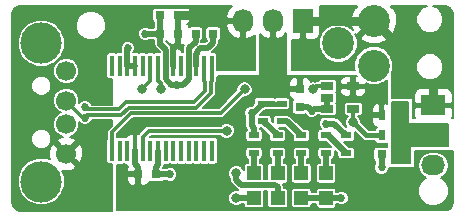
<source format=gtl>
G04 #@! TF.FileFunction,Copper,L1,Top,Signal*
%FSLAX46Y46*%
G04 Gerber Fmt 4.6, Leading zero omitted, Abs format (unit mm)*
G04 Created by KiCad (PCBNEW 4.0.2+dfsg1-stable) date Thu 10 Aug 2017 18:21:02 BST*
%MOMM*%
G01*
G04 APERTURE LIST*
%ADD10C,0.150000*%
%ADD11R,0.800000X0.750000*%
%ADD12R,0.750000X0.800000*%
%ADD13R,1.198880X1.198880*%
%ADD14R,1.727200X2.032000*%
%ADD15O,1.727200X2.032000*%
%ADD16R,0.500000X0.900000*%
%ADD17R,0.450000X1.750000*%
%ADD18R,1.060000X0.650000*%
%ADD19R,2.032000X1.727200*%
%ADD20O,2.032000X1.727200*%
%ADD21R,0.900000X0.500000*%
%ADD22C,1.700000*%
%ADD23C,3.500000*%
%ADD24C,2.700000*%
%ADD25C,0.685800*%
%ADD26C,0.800000*%
%ADD27C,0.500000*%
%ADD28C,0.300000*%
%ADD29C,0.400000*%
%ADD30C,0.800000*%
%ADD31C,0.250000*%
%ADD32C,0.180000*%
%ADD33C,0.160000*%
G04 APERTURE END LIST*
D10*
D11*
X165350000Y-82700000D03*
X163850000Y-82700000D03*
X162350000Y-82700000D03*
X160850000Y-82700000D03*
D12*
X172700000Y-87350000D03*
X172700000Y-88850000D03*
D11*
X181100000Y-92900000D03*
X179600000Y-92900000D03*
D13*
X168800000Y-94500000D03*
X168800000Y-96598040D03*
X170800000Y-94500000D03*
X170800000Y-96598040D03*
X172800000Y-94500000D03*
X172800000Y-96598040D03*
D14*
X172940000Y-81600000D03*
D15*
X170400000Y-81600000D03*
X167860000Y-81600000D03*
D16*
X181100000Y-91300000D03*
X179600000Y-91300000D03*
X179600000Y-89600000D03*
X181100000Y-89600000D03*
D17*
X156775000Y-92600000D03*
X157425000Y-92600000D03*
X158075000Y-92600000D03*
X158725000Y-92600000D03*
X159375000Y-92600000D03*
X160025000Y-92600000D03*
X160675000Y-92600000D03*
X161325000Y-92600000D03*
X161975000Y-92600000D03*
X162625000Y-92600000D03*
X163275000Y-92600000D03*
X163925000Y-92600000D03*
X164575000Y-92600000D03*
X165225000Y-92600000D03*
X165225000Y-85400000D03*
X164575000Y-85400000D03*
X163925000Y-85400000D03*
X163275000Y-85400000D03*
X162625000Y-85400000D03*
X161975000Y-85400000D03*
X161325000Y-85400000D03*
X160675000Y-85400000D03*
X160025000Y-85400000D03*
X159375000Y-85400000D03*
X158725000Y-85400000D03*
X158075000Y-85400000D03*
X157425000Y-85400000D03*
X156775000Y-85400000D03*
D18*
X175000000Y-87150000D03*
X175000000Y-88100000D03*
X175000000Y-89050000D03*
X177200000Y-89050000D03*
X177200000Y-87150000D03*
D19*
X184000000Y-88760000D03*
D20*
X184000000Y-91300000D03*
X184000000Y-93840000D03*
D13*
X174900000Y-94501960D03*
X174900000Y-96600000D03*
D11*
X159000000Y-94600000D03*
X160500000Y-94600000D03*
X162350000Y-81100000D03*
X160850000Y-81100000D03*
D21*
X171150000Y-88600000D03*
X171150000Y-90100000D03*
X169550000Y-88600000D03*
X169550000Y-90100000D03*
X168800000Y-91300000D03*
X168800000Y-92800000D03*
X170800000Y-91300000D03*
X170800000Y-92800000D03*
X172800000Y-91300000D03*
X172800000Y-92800000D03*
X174900000Y-91300000D03*
X174900000Y-92800000D03*
X176600000Y-91300000D03*
X176600000Y-92800000D03*
D22*
X152900000Y-88350000D03*
X152900000Y-90350000D03*
X152900000Y-92850000D03*
X152900000Y-85850000D03*
D23*
X150800000Y-83500000D03*
X150800000Y-95200000D03*
D24*
X178950000Y-81600000D03*
X178950000Y-85400000D03*
X175950000Y-83500000D03*
D25*
X173700000Y-89200000D03*
X162300004Y-87000000D03*
X159600000Y-82700000D03*
X161700000Y-94600000D03*
X176200000Y-96600000D03*
X179600000Y-94000000D03*
X158100000Y-83900000D03*
X168600000Y-89399998D03*
X167200000Y-85000000D03*
X159600000Y-81100000D03*
X163800000Y-81100000D03*
D26*
X159300000Y-87400000D03*
X167300000Y-96600000D03*
X167300000Y-94500000D03*
X160900000Y-87400000D03*
D25*
X174900000Y-90299999D03*
X174900000Y-85300000D03*
D26*
X166500002Y-90900000D03*
X177200000Y-90200000D03*
X168000000Y-87400000D03*
X173800000Y-87400000D03*
D25*
X154500000Y-89792900D03*
X154500000Y-88907100D03*
D27*
X165325000Y-82700000D02*
X165325000Y-83475000D01*
X165325000Y-83475000D02*
X164900000Y-83900000D01*
X164900000Y-83900000D02*
X164250677Y-83900000D01*
X163947598Y-84375049D02*
X163927410Y-84395237D01*
X164250677Y-83900000D02*
X163947598Y-84203079D01*
X163947598Y-84203079D02*
X163947598Y-84375049D01*
X163927410Y-84395237D02*
X163927410Y-85400000D01*
D28*
X165325000Y-82700000D02*
X165325000Y-82826415D01*
D27*
X165350000Y-82700000D02*
X165325000Y-82700000D01*
X179600000Y-92900000D02*
X179600000Y-94000000D01*
X172700000Y-88850000D02*
X173350000Y-88850000D01*
X173350000Y-88850000D02*
X173700000Y-89200000D01*
X175000000Y-89050000D02*
X173850000Y-89050000D01*
X173850000Y-89050000D02*
X173700000Y-89200000D01*
X175000000Y-88100000D02*
X175000000Y-89050000D01*
X163850000Y-82700000D02*
X163850000Y-83378030D01*
X163850000Y-83378030D02*
X163295188Y-83932842D01*
X163275000Y-84125000D02*
X163295188Y-84104812D01*
X163295188Y-84104812D02*
X163295188Y-83932842D01*
X163275000Y-85400000D02*
X163275000Y-84125000D01*
X160850000Y-82700000D02*
X160850000Y-83575000D01*
X160850000Y-83575000D02*
X160875000Y-83600000D01*
X160875000Y-83600000D02*
X160900000Y-83600000D01*
X161325000Y-85400000D02*
X161325000Y-84025000D01*
X161325000Y-84025000D02*
X160900000Y-83600000D01*
X160675000Y-92600000D02*
X160675000Y-93800000D01*
X160500000Y-94600000D02*
X160500000Y-93975000D01*
X160500000Y-93975000D02*
X160675000Y-93800000D01*
X163275000Y-85400000D02*
X163275000Y-86509937D01*
X163275000Y-86509937D02*
X162784937Y-87000000D01*
X162784937Y-87000000D02*
X162300004Y-87000000D01*
X161325000Y-86509929D02*
X161815071Y-87000000D01*
X161325000Y-85400000D02*
X161325000Y-86509929D01*
X161815071Y-87000000D02*
X162300004Y-87000000D01*
X159700000Y-82700000D02*
X159600000Y-82700000D01*
X160850000Y-82700000D02*
X159700000Y-82700000D01*
X160850000Y-82700000D02*
X160850000Y-81100000D01*
X160500000Y-94600000D02*
X161700000Y-94600000D01*
X158075000Y-85400000D02*
X158075000Y-83925000D01*
X158075000Y-83925000D02*
X158100000Y-83900000D01*
X158075000Y-85400000D02*
X158725000Y-85400000D01*
X174900000Y-96600000D02*
X176200000Y-96600000D01*
X172800000Y-96598040D02*
X174898040Y-96598040D01*
X174898040Y-96598040D02*
X174900000Y-96600000D01*
D28*
X165000000Y-80400000D02*
X160400000Y-80400000D01*
X160400000Y-80400000D02*
X160377401Y-80422599D01*
X160377401Y-80422599D02*
X160277401Y-80422599D01*
X160277401Y-80422599D02*
X159942899Y-80757101D01*
X159942899Y-80757101D02*
X159600000Y-81100000D01*
X166200000Y-81600000D02*
X165000000Y-80400000D01*
X167860000Y-81600000D02*
X166200000Y-81600000D01*
D27*
X168600000Y-90500000D02*
X168600000Y-89399998D01*
X168800000Y-91300000D02*
X168800000Y-90700000D01*
X168800000Y-90700000D02*
X168600000Y-90500000D01*
D29*
X170500000Y-88600000D02*
X171150000Y-88600000D01*
D27*
X169550000Y-88600000D02*
X170500000Y-88600000D01*
X168600000Y-89399998D02*
X168750002Y-89399998D01*
X168750002Y-89399998D02*
X169550000Y-88600000D01*
X162350000Y-82700000D02*
X162350000Y-83575000D01*
X162350000Y-83575000D02*
X161977410Y-83947590D01*
X161977410Y-83947590D02*
X161977410Y-85400000D01*
D30*
X162350000Y-81100000D02*
X163800000Y-81100000D01*
D31*
X174222599Y-89677401D02*
X175726921Y-89677401D01*
X175726921Y-89677401D02*
X176250000Y-89154322D01*
X176250000Y-89154322D02*
X176250000Y-88675000D01*
X176250000Y-88675000D02*
X177200000Y-87725000D01*
X177200000Y-87725000D02*
X177200000Y-87150000D01*
D27*
X179450000Y-89450000D02*
X179600000Y-89600000D01*
X159000000Y-94600000D02*
X159000000Y-94000000D01*
X159000000Y-94000000D02*
X158725000Y-93725000D01*
X158725000Y-93725000D02*
X158725000Y-92600000D01*
D29*
X174222599Y-89677401D02*
X173800000Y-90100000D01*
X173800000Y-90100000D02*
X173800000Y-92100000D01*
X173800000Y-92100000D02*
X167800000Y-92100000D01*
X167800000Y-92100000D02*
X163300000Y-96600000D01*
X163300000Y-96600000D02*
X159600000Y-96600000D01*
X159000000Y-96000000D02*
X159000000Y-94600000D01*
X159600000Y-96600000D02*
X159000000Y-96000000D01*
D28*
X181100000Y-89600000D02*
X181100000Y-91300000D01*
X181100000Y-92900000D02*
X181100000Y-91300000D01*
X181100000Y-91300000D02*
X184000000Y-91300000D01*
D27*
X168800000Y-94500000D02*
X168800000Y-92800000D01*
X168800000Y-96598040D02*
X167301960Y-96598040D01*
X167301960Y-96598040D02*
X167300000Y-96600000D01*
D28*
X159300000Y-87400000D02*
X160025000Y-86675000D01*
X160025000Y-86675000D02*
X160025000Y-85400000D01*
D27*
X170800000Y-92800000D02*
X170800000Y-94500000D01*
X167300000Y-94500000D02*
X167300000Y-95065685D01*
X167300000Y-95065685D02*
X167734314Y-95499999D01*
X167734314Y-95499999D02*
X167876797Y-95499999D01*
X167876797Y-95499999D02*
X167878639Y-95501841D01*
X167878639Y-95501841D02*
X170603241Y-95501841D01*
X170603241Y-95501841D02*
X170800000Y-95698600D01*
X170800000Y-95698600D02*
X170800000Y-96598040D01*
D28*
X160675000Y-85400000D02*
X160675000Y-86400000D01*
X160900000Y-86900000D02*
X160675000Y-86675000D01*
X160675000Y-86675000D02*
X160675000Y-86400000D01*
X160900000Y-87400000D02*
X160900000Y-86900000D01*
D27*
X172800000Y-92800000D02*
X172800000Y-94500000D01*
D30*
X183877401Y-86902401D02*
X184000000Y-87025000D01*
X184000000Y-87025000D02*
X184000000Y-88760000D01*
X181900000Y-85850000D02*
X182952401Y-86902401D01*
X182952401Y-86902401D02*
X183877401Y-86902401D01*
X181900000Y-84525000D02*
X181900000Y-85850000D01*
X180324999Y-82949999D02*
X181900000Y-84525000D01*
X178950000Y-81600000D02*
X180299999Y-82949999D01*
X180299999Y-82949999D02*
X180324999Y-82949999D01*
X177000000Y-81575000D02*
X177025000Y-81600000D01*
X177025000Y-81600000D02*
X178950000Y-81600000D01*
X175059446Y-81575000D02*
X177000000Y-81575000D01*
X172940000Y-81600000D02*
X175034446Y-81600000D01*
X175034446Y-81600000D02*
X175059446Y-81575000D01*
D27*
X176600000Y-91300000D02*
X175599999Y-90299999D01*
X175599999Y-90299999D02*
X174900000Y-90299999D01*
X174900000Y-92800000D02*
X174900000Y-94501960D01*
D29*
X178300000Y-91300000D02*
X179600000Y-91300000D01*
X177200000Y-90200000D02*
X178300000Y-91300000D01*
D28*
X165934317Y-90900000D02*
X166500002Y-90900000D01*
X159900000Y-90900000D02*
X165934317Y-90900000D01*
X159375000Y-91425000D02*
X159900000Y-90900000D01*
X159375000Y-92600000D02*
X159375000Y-91425000D01*
X177200000Y-90200000D02*
X177200000Y-89050000D01*
X179550000Y-91350000D02*
X179600000Y-91300000D01*
X166000000Y-89400000D02*
X167600001Y-87799999D01*
X158400000Y-89400000D02*
X166000000Y-89400000D01*
X167600001Y-87799999D02*
X168000000Y-87400000D01*
X156775000Y-91025000D02*
X158400000Y-89400000D01*
X175000000Y-87150000D02*
X174050000Y-87150000D01*
X174050000Y-87150000D02*
X173800000Y-87400000D01*
X156775000Y-91025000D02*
X156800000Y-91000000D01*
X156775000Y-92600000D02*
X156775000Y-91025000D01*
D27*
X169550000Y-90100000D02*
X169600000Y-90100000D01*
X169600000Y-90100000D02*
X170800000Y-91300000D01*
X174900000Y-91300000D02*
X175100000Y-91300000D01*
X175100000Y-91300000D02*
X176600000Y-92800000D01*
X171150000Y-90100000D02*
X171600000Y-90100000D01*
X171600000Y-90100000D02*
X172800000Y-91300000D01*
D28*
X154500000Y-89792900D02*
X154342900Y-89792900D01*
X154342900Y-89792900D02*
X152900000Y-88350000D01*
X157560197Y-89599999D02*
X154692901Y-89599999D01*
X154692901Y-89599999D02*
X154500000Y-89792900D01*
X165225000Y-86712500D02*
X165150000Y-86787500D01*
X165225000Y-85400000D02*
X165225000Y-86712500D01*
X165150000Y-86787500D02*
X165150000Y-87703552D01*
X165150000Y-87703552D02*
X163905962Y-88947590D01*
X163905962Y-88947590D02*
X158212605Y-88947591D01*
X158212605Y-88947591D02*
X157560197Y-89599999D01*
X157353101Y-89100001D02*
X154692901Y-89100001D01*
X154692901Y-89100001D02*
X154500000Y-88907100D01*
X164650000Y-86787500D02*
X164650000Y-87496448D01*
X158005501Y-88447601D02*
X157353101Y-89100001D01*
X164575000Y-85400000D02*
X164575000Y-86712500D01*
X164575000Y-86712500D02*
X164650000Y-86787500D01*
X164650000Y-87496448D02*
X163698847Y-88447601D01*
X163698847Y-88447601D02*
X158005501Y-88447601D01*
D32*
G36*
X161443040Y-80386260D02*
X161388782Y-80517252D01*
X161349169Y-80490185D01*
X161250000Y-80470103D01*
X160450000Y-80470103D01*
X160357356Y-80487535D01*
X160272268Y-80542288D01*
X160215185Y-80625831D01*
X160195103Y-80725000D01*
X160195103Y-81475000D01*
X160212535Y-81567644D01*
X160267288Y-81652732D01*
X160350000Y-81709247D01*
X160350000Y-82092268D01*
X160272268Y-82142288D01*
X160232835Y-82200000D01*
X159938629Y-82200000D01*
X159936290Y-82197657D01*
X159718453Y-82107203D01*
X159482582Y-82106997D01*
X159264588Y-82197070D01*
X159097657Y-82363710D01*
X159007203Y-82581547D01*
X159006997Y-82817418D01*
X159097070Y-83035412D01*
X159263710Y-83202343D01*
X159481547Y-83292797D01*
X159717418Y-83293003D01*
X159935412Y-83202930D01*
X159938347Y-83200000D01*
X160233356Y-83200000D01*
X160267288Y-83252732D01*
X160350000Y-83309247D01*
X160350000Y-83575000D01*
X160381146Y-83731583D01*
X160388060Y-83766342D01*
X160496447Y-83928553D01*
X160521446Y-83953553D01*
X160596791Y-84003897D01*
X160825000Y-84232107D01*
X160825000Y-84270103D01*
X160450000Y-84270103D01*
X160357356Y-84287535D01*
X160351142Y-84291533D01*
X160349169Y-84290185D01*
X160250000Y-84270103D01*
X159800000Y-84270103D01*
X159707356Y-84287535D01*
X159701142Y-84291533D01*
X159699169Y-84290185D01*
X159600000Y-84270103D01*
X159150000Y-84270103D01*
X159057356Y-84287535D01*
X159051142Y-84291533D01*
X159049169Y-84290185D01*
X158950000Y-84270103D01*
X158575000Y-84270103D01*
X158575000Y-84263585D01*
X158602343Y-84236290D01*
X158692797Y-84018453D01*
X158693003Y-83782582D01*
X158602930Y-83564588D01*
X158436290Y-83397657D01*
X158218453Y-83307203D01*
X157982582Y-83306997D01*
X157764588Y-83397070D01*
X157597657Y-83563710D01*
X157507203Y-83781547D01*
X157506997Y-84017418D01*
X157575000Y-84181998D01*
X157575000Y-84270103D01*
X157200000Y-84270103D01*
X157107356Y-84287535D01*
X157101142Y-84291533D01*
X157099169Y-84290185D01*
X157000000Y-84270103D01*
X156550000Y-84270103D01*
X156457356Y-84287535D01*
X156372268Y-84342288D01*
X156315185Y-84425831D01*
X156295103Y-84525000D01*
X156295103Y-86275000D01*
X156312535Y-86367644D01*
X156367288Y-86452732D01*
X156450831Y-86509815D01*
X156550000Y-86529897D01*
X156760000Y-86529897D01*
X156760000Y-88700001D01*
X155055948Y-88700001D01*
X155002930Y-88571688D01*
X154836290Y-88404757D01*
X154618453Y-88314303D01*
X154382582Y-88314097D01*
X154164588Y-88404170D01*
X153999809Y-88568662D01*
X154000190Y-88132156D01*
X153833078Y-87727714D01*
X153523913Y-87418009D01*
X153119763Y-87250192D01*
X152682156Y-87249810D01*
X152277714Y-87416922D01*
X151968009Y-87726087D01*
X151800192Y-88130237D01*
X151799810Y-88567844D01*
X151966922Y-88972286D01*
X152276087Y-89281991D01*
X152439775Y-89349960D01*
X152277714Y-89416922D01*
X151968009Y-89726087D01*
X151800192Y-90130237D01*
X151799810Y-90567844D01*
X151966922Y-90972286D01*
X152276087Y-91281991D01*
X152606960Y-91419381D01*
X152508494Y-91426487D01*
X152170262Y-91566588D01*
X152084922Y-91802991D01*
X152900000Y-92618069D01*
X153715078Y-91802991D01*
X153629738Y-91566588D01*
X153189776Y-91420468D01*
X153522286Y-91283078D01*
X153831991Y-90973913D01*
X153999808Y-90569763D01*
X154000190Y-90132156D01*
X153999683Y-90130930D01*
X154163710Y-90295243D01*
X154381547Y-90385697D01*
X154617418Y-90385903D01*
X154835412Y-90295830D01*
X155002343Y-90129190D01*
X155055988Y-89999999D01*
X156760000Y-89999999D01*
X156760000Y-90474314D01*
X156492157Y-90742157D01*
X156405448Y-90871926D01*
X156405448Y-90871927D01*
X156375000Y-91025000D01*
X156375000Y-91540530D01*
X156372268Y-91542288D01*
X156315185Y-91625831D01*
X156295103Y-91725000D01*
X156295103Y-93475000D01*
X156312535Y-93567644D01*
X156367288Y-93652732D01*
X156450831Y-93709815D01*
X156550000Y-93729897D01*
X156760000Y-93729897D01*
X156760000Y-97675000D01*
X149032008Y-97675000D01*
X148744126Y-97617737D01*
X148527205Y-97472795D01*
X148382263Y-97255874D01*
X148325000Y-96967992D01*
X148325000Y-95596079D01*
X148799654Y-95596079D01*
X149103494Y-96331429D01*
X149665612Y-96894529D01*
X150400430Y-97199652D01*
X151196079Y-97200346D01*
X151931429Y-96896506D01*
X152494529Y-96334388D01*
X152799652Y-95599570D01*
X152800346Y-94803921D01*
X152579450Y-94269311D01*
X152716950Y-94314977D01*
X153291506Y-94273513D01*
X153629738Y-94133412D01*
X153715078Y-93897009D01*
X152900000Y-93081931D01*
X152885858Y-93096074D01*
X152653927Y-92864143D01*
X152668069Y-92850000D01*
X153131931Y-92850000D01*
X153947009Y-93665078D01*
X154183412Y-93579738D01*
X154364977Y-93033050D01*
X154323513Y-92458494D01*
X154183412Y-92120262D01*
X153947009Y-92034922D01*
X153131931Y-92850000D01*
X152668069Y-92850000D01*
X151852991Y-92034922D01*
X151616588Y-92120262D01*
X151435023Y-92666950D01*
X151476487Y-93241506D01*
X151513420Y-93330670D01*
X151199570Y-93200348D01*
X150403921Y-93199654D01*
X149668571Y-93503494D01*
X149105471Y-94065612D01*
X148800348Y-94800430D01*
X148799654Y-95596079D01*
X148325000Y-95596079D01*
X148325000Y-91768334D01*
X149949853Y-91768334D01*
X150078985Y-92080857D01*
X150317885Y-92320174D01*
X150630183Y-92449852D01*
X150968334Y-92450147D01*
X151280857Y-92321015D01*
X151520174Y-92082115D01*
X151649852Y-91769817D01*
X151650147Y-91431666D01*
X151521015Y-91119143D01*
X151282115Y-90879826D01*
X150969817Y-90750148D01*
X150631666Y-90749853D01*
X150319143Y-90878985D01*
X150079826Y-91117885D01*
X149950148Y-91430183D01*
X149949853Y-91768334D01*
X148325000Y-91768334D01*
X148325000Y-87268334D01*
X149949853Y-87268334D01*
X150078985Y-87580857D01*
X150317885Y-87820174D01*
X150630183Y-87949852D01*
X150968334Y-87950147D01*
X151280857Y-87821015D01*
X151520174Y-87582115D01*
X151649852Y-87269817D01*
X151650147Y-86931666D01*
X151521015Y-86619143D01*
X151282115Y-86379826D01*
X150969817Y-86250148D01*
X150631666Y-86249853D01*
X150319143Y-86378985D01*
X150079826Y-86617885D01*
X149950148Y-86930183D01*
X149949853Y-87268334D01*
X148325000Y-87268334D01*
X148325000Y-86067844D01*
X151799810Y-86067844D01*
X151966922Y-86472286D01*
X152276087Y-86781991D01*
X152680237Y-86949808D01*
X153117844Y-86950190D01*
X153522286Y-86783078D01*
X153831991Y-86473913D01*
X153999808Y-86069763D01*
X154000190Y-85632156D01*
X153833078Y-85227714D01*
X153523913Y-84918009D01*
X153119763Y-84750192D01*
X152682156Y-84749810D01*
X152277714Y-84916922D01*
X151968009Y-85226087D01*
X151800192Y-85630237D01*
X151799810Y-86067844D01*
X148325000Y-86067844D01*
X148325000Y-83896079D01*
X148799654Y-83896079D01*
X149103494Y-84631429D01*
X149665612Y-85194529D01*
X150400430Y-85499652D01*
X151196079Y-85500346D01*
X151931429Y-85196506D01*
X152494529Y-84634388D01*
X152799652Y-83899570D01*
X152800346Y-83103921D01*
X152496506Y-82368571D01*
X152375697Y-82247550D01*
X153749783Y-82247550D01*
X153939684Y-82707143D01*
X154291007Y-83059081D01*
X154750269Y-83249783D01*
X155247550Y-83250217D01*
X155707143Y-83060316D01*
X156059081Y-82708993D01*
X156249783Y-82249731D01*
X156250217Y-81752450D01*
X156060316Y-81292857D01*
X155708993Y-80940919D01*
X155249731Y-80750217D01*
X154752450Y-80749783D01*
X154292857Y-80939684D01*
X153940919Y-81291007D01*
X153750217Y-81750269D01*
X153749783Y-82247550D01*
X152375697Y-82247550D01*
X151934388Y-81805471D01*
X151199570Y-81500348D01*
X150403921Y-81499654D01*
X149668571Y-81803494D01*
X149105471Y-82365612D01*
X148800348Y-83100430D01*
X148799654Y-83896079D01*
X148325000Y-83896079D01*
X148325000Y-81032008D01*
X148382263Y-80744126D01*
X148527205Y-80527205D01*
X148744126Y-80382263D01*
X149032008Y-80325000D01*
X161504300Y-80325000D01*
X161443040Y-80386260D01*
X161443040Y-80386260D01*
G37*
X161443040Y-80386260D02*
X161388782Y-80517252D01*
X161349169Y-80490185D01*
X161250000Y-80470103D01*
X160450000Y-80470103D01*
X160357356Y-80487535D01*
X160272268Y-80542288D01*
X160215185Y-80625831D01*
X160195103Y-80725000D01*
X160195103Y-81475000D01*
X160212535Y-81567644D01*
X160267288Y-81652732D01*
X160350000Y-81709247D01*
X160350000Y-82092268D01*
X160272268Y-82142288D01*
X160232835Y-82200000D01*
X159938629Y-82200000D01*
X159936290Y-82197657D01*
X159718453Y-82107203D01*
X159482582Y-82106997D01*
X159264588Y-82197070D01*
X159097657Y-82363710D01*
X159007203Y-82581547D01*
X159006997Y-82817418D01*
X159097070Y-83035412D01*
X159263710Y-83202343D01*
X159481547Y-83292797D01*
X159717418Y-83293003D01*
X159935412Y-83202930D01*
X159938347Y-83200000D01*
X160233356Y-83200000D01*
X160267288Y-83252732D01*
X160350000Y-83309247D01*
X160350000Y-83575000D01*
X160381146Y-83731583D01*
X160388060Y-83766342D01*
X160496447Y-83928553D01*
X160521446Y-83953553D01*
X160596791Y-84003897D01*
X160825000Y-84232107D01*
X160825000Y-84270103D01*
X160450000Y-84270103D01*
X160357356Y-84287535D01*
X160351142Y-84291533D01*
X160349169Y-84290185D01*
X160250000Y-84270103D01*
X159800000Y-84270103D01*
X159707356Y-84287535D01*
X159701142Y-84291533D01*
X159699169Y-84290185D01*
X159600000Y-84270103D01*
X159150000Y-84270103D01*
X159057356Y-84287535D01*
X159051142Y-84291533D01*
X159049169Y-84290185D01*
X158950000Y-84270103D01*
X158575000Y-84270103D01*
X158575000Y-84263585D01*
X158602343Y-84236290D01*
X158692797Y-84018453D01*
X158693003Y-83782582D01*
X158602930Y-83564588D01*
X158436290Y-83397657D01*
X158218453Y-83307203D01*
X157982582Y-83306997D01*
X157764588Y-83397070D01*
X157597657Y-83563710D01*
X157507203Y-83781547D01*
X157506997Y-84017418D01*
X157575000Y-84181998D01*
X157575000Y-84270103D01*
X157200000Y-84270103D01*
X157107356Y-84287535D01*
X157101142Y-84291533D01*
X157099169Y-84290185D01*
X157000000Y-84270103D01*
X156550000Y-84270103D01*
X156457356Y-84287535D01*
X156372268Y-84342288D01*
X156315185Y-84425831D01*
X156295103Y-84525000D01*
X156295103Y-86275000D01*
X156312535Y-86367644D01*
X156367288Y-86452732D01*
X156450831Y-86509815D01*
X156550000Y-86529897D01*
X156760000Y-86529897D01*
X156760000Y-88700001D01*
X155055948Y-88700001D01*
X155002930Y-88571688D01*
X154836290Y-88404757D01*
X154618453Y-88314303D01*
X154382582Y-88314097D01*
X154164588Y-88404170D01*
X153999809Y-88568662D01*
X154000190Y-88132156D01*
X153833078Y-87727714D01*
X153523913Y-87418009D01*
X153119763Y-87250192D01*
X152682156Y-87249810D01*
X152277714Y-87416922D01*
X151968009Y-87726087D01*
X151800192Y-88130237D01*
X151799810Y-88567844D01*
X151966922Y-88972286D01*
X152276087Y-89281991D01*
X152439775Y-89349960D01*
X152277714Y-89416922D01*
X151968009Y-89726087D01*
X151800192Y-90130237D01*
X151799810Y-90567844D01*
X151966922Y-90972286D01*
X152276087Y-91281991D01*
X152606960Y-91419381D01*
X152508494Y-91426487D01*
X152170262Y-91566588D01*
X152084922Y-91802991D01*
X152900000Y-92618069D01*
X153715078Y-91802991D01*
X153629738Y-91566588D01*
X153189776Y-91420468D01*
X153522286Y-91283078D01*
X153831991Y-90973913D01*
X153999808Y-90569763D01*
X154000190Y-90132156D01*
X153999683Y-90130930D01*
X154163710Y-90295243D01*
X154381547Y-90385697D01*
X154617418Y-90385903D01*
X154835412Y-90295830D01*
X155002343Y-90129190D01*
X155055988Y-89999999D01*
X156760000Y-89999999D01*
X156760000Y-90474314D01*
X156492157Y-90742157D01*
X156405448Y-90871926D01*
X156405448Y-90871927D01*
X156375000Y-91025000D01*
X156375000Y-91540530D01*
X156372268Y-91542288D01*
X156315185Y-91625831D01*
X156295103Y-91725000D01*
X156295103Y-93475000D01*
X156312535Y-93567644D01*
X156367288Y-93652732D01*
X156450831Y-93709815D01*
X156550000Y-93729897D01*
X156760000Y-93729897D01*
X156760000Y-97675000D01*
X149032008Y-97675000D01*
X148744126Y-97617737D01*
X148527205Y-97472795D01*
X148382263Y-97255874D01*
X148325000Y-96967992D01*
X148325000Y-95596079D01*
X148799654Y-95596079D01*
X149103494Y-96331429D01*
X149665612Y-96894529D01*
X150400430Y-97199652D01*
X151196079Y-97200346D01*
X151931429Y-96896506D01*
X152494529Y-96334388D01*
X152799652Y-95599570D01*
X152800346Y-94803921D01*
X152579450Y-94269311D01*
X152716950Y-94314977D01*
X153291506Y-94273513D01*
X153629738Y-94133412D01*
X153715078Y-93897009D01*
X152900000Y-93081931D01*
X152885858Y-93096074D01*
X152653927Y-92864143D01*
X152668069Y-92850000D01*
X153131931Y-92850000D01*
X153947009Y-93665078D01*
X154183412Y-93579738D01*
X154364977Y-93033050D01*
X154323513Y-92458494D01*
X154183412Y-92120262D01*
X153947009Y-92034922D01*
X153131931Y-92850000D01*
X152668069Y-92850000D01*
X151852991Y-92034922D01*
X151616588Y-92120262D01*
X151435023Y-92666950D01*
X151476487Y-93241506D01*
X151513420Y-93330670D01*
X151199570Y-93200348D01*
X150403921Y-93199654D01*
X149668571Y-93503494D01*
X149105471Y-94065612D01*
X148800348Y-94800430D01*
X148799654Y-95596079D01*
X148325000Y-95596079D01*
X148325000Y-91768334D01*
X149949853Y-91768334D01*
X150078985Y-92080857D01*
X150317885Y-92320174D01*
X150630183Y-92449852D01*
X150968334Y-92450147D01*
X151280857Y-92321015D01*
X151520174Y-92082115D01*
X151649852Y-91769817D01*
X151650147Y-91431666D01*
X151521015Y-91119143D01*
X151282115Y-90879826D01*
X150969817Y-90750148D01*
X150631666Y-90749853D01*
X150319143Y-90878985D01*
X150079826Y-91117885D01*
X149950148Y-91430183D01*
X149949853Y-91768334D01*
X148325000Y-91768334D01*
X148325000Y-87268334D01*
X149949853Y-87268334D01*
X150078985Y-87580857D01*
X150317885Y-87820174D01*
X150630183Y-87949852D01*
X150968334Y-87950147D01*
X151280857Y-87821015D01*
X151520174Y-87582115D01*
X151649852Y-87269817D01*
X151650147Y-86931666D01*
X151521015Y-86619143D01*
X151282115Y-86379826D01*
X150969817Y-86250148D01*
X150631666Y-86249853D01*
X150319143Y-86378985D01*
X150079826Y-86617885D01*
X149950148Y-86930183D01*
X149949853Y-87268334D01*
X148325000Y-87268334D01*
X148325000Y-86067844D01*
X151799810Y-86067844D01*
X151966922Y-86472286D01*
X152276087Y-86781991D01*
X152680237Y-86949808D01*
X153117844Y-86950190D01*
X153522286Y-86783078D01*
X153831991Y-86473913D01*
X153999808Y-86069763D01*
X154000190Y-85632156D01*
X153833078Y-85227714D01*
X153523913Y-84918009D01*
X153119763Y-84750192D01*
X152682156Y-84749810D01*
X152277714Y-84916922D01*
X151968009Y-85226087D01*
X151800192Y-85630237D01*
X151799810Y-86067844D01*
X148325000Y-86067844D01*
X148325000Y-83896079D01*
X148799654Y-83896079D01*
X149103494Y-84631429D01*
X149665612Y-85194529D01*
X150400430Y-85499652D01*
X151196079Y-85500346D01*
X151931429Y-85196506D01*
X152494529Y-84634388D01*
X152799652Y-83899570D01*
X152800346Y-83103921D01*
X152496506Y-82368571D01*
X152375697Y-82247550D01*
X153749783Y-82247550D01*
X153939684Y-82707143D01*
X154291007Y-83059081D01*
X154750269Y-83249783D01*
X155247550Y-83250217D01*
X155707143Y-83060316D01*
X156059081Y-82708993D01*
X156249783Y-82249731D01*
X156250217Y-81752450D01*
X156060316Y-81292857D01*
X155708993Y-80940919D01*
X155249731Y-80750217D01*
X154752450Y-80749783D01*
X154292857Y-80939684D01*
X153940919Y-81291007D01*
X153750217Y-81750269D01*
X153749783Y-82247550D01*
X152375697Y-82247550D01*
X151934388Y-81805471D01*
X151199570Y-81500348D01*
X150403921Y-81499654D01*
X149668571Y-81803494D01*
X149105471Y-82365612D01*
X148800348Y-83100430D01*
X148799654Y-83896079D01*
X148325000Y-83896079D01*
X148325000Y-81032008D01*
X148382263Y-80744126D01*
X148527205Y-80527205D01*
X148744126Y-80382263D01*
X149032008Y-80325000D01*
X161504300Y-80325000D01*
X161443040Y-80386260D01*
G36*
X166620396Y-80674365D02*
X166418851Y-81207600D01*
X166548550Y-81436000D01*
X167696000Y-81436000D01*
X167696000Y-81416000D01*
X168024000Y-81416000D01*
X168024000Y-81436000D01*
X168044000Y-81436000D01*
X168044000Y-81764000D01*
X168024000Y-81764000D01*
X168024000Y-83054210D01*
X168249182Y-83161234D01*
X168709341Y-82941152D01*
X168860000Y-82780744D01*
X168860000Y-85760000D01*
X165704897Y-85760000D01*
X165704897Y-84525000D01*
X165687465Y-84432356D01*
X165632712Y-84347268D01*
X165549169Y-84290185D01*
X165450000Y-84270103D01*
X165228784Y-84270103D01*
X165253553Y-84253553D01*
X165678554Y-83828553D01*
X165786940Y-83666342D01*
X165825000Y-83475000D01*
X165825000Y-83315785D01*
X165842644Y-83312465D01*
X165927732Y-83257712D01*
X165984815Y-83174169D01*
X166004897Y-83075000D01*
X166004897Y-82325000D01*
X165987465Y-82232356D01*
X165932712Y-82147268D01*
X165849169Y-82090185D01*
X165750000Y-82070103D01*
X164950000Y-82070103D01*
X164857356Y-82087535D01*
X164772268Y-82142288D01*
X164715185Y-82225831D01*
X164695103Y-82325000D01*
X164695103Y-83075000D01*
X164712535Y-83167644D01*
X164767288Y-83252732D01*
X164810581Y-83282313D01*
X164692894Y-83400000D01*
X164345630Y-83400000D01*
X164350000Y-83378030D01*
X164350000Y-83307732D01*
X164427732Y-83257712D01*
X164484815Y-83174169D01*
X164504897Y-83075000D01*
X164504897Y-82325000D01*
X164487465Y-82232356D01*
X164432712Y-82147268D01*
X164349169Y-82090185D01*
X164250000Y-82070103D01*
X163450000Y-82070103D01*
X163357356Y-82087535D01*
X163311209Y-82117230D01*
X163259504Y-81992400D01*
X166418851Y-81992400D01*
X166620396Y-82525635D01*
X167010659Y-82941152D01*
X167470818Y-83161234D01*
X167696000Y-83054210D01*
X167696000Y-81764000D01*
X166548550Y-81764000D01*
X166418851Y-81992400D01*
X163259504Y-81992400D01*
X163256960Y-81986260D01*
X163170700Y-81900000D01*
X163256960Y-81813740D01*
X163348000Y-81593949D01*
X163348000Y-81413500D01*
X163198500Y-81264000D01*
X162514000Y-81264000D01*
X162514000Y-82536000D01*
X162534000Y-82536000D01*
X162534000Y-82864000D01*
X162514000Y-82864000D01*
X162514000Y-83523500D01*
X162663500Y-83673000D01*
X162868950Y-83673000D01*
X162882872Y-83667233D01*
X162833248Y-83741500D01*
X162795188Y-83932842D01*
X162795188Y-84023507D01*
X162775000Y-84125000D01*
X162775000Y-84270103D01*
X162741689Y-84270103D01*
X162706960Y-84186260D01*
X162538740Y-84018040D01*
X162318949Y-83927000D01*
X162237000Y-83927000D01*
X162087500Y-84076500D01*
X162087500Y-85236000D01*
X162145103Y-85236000D01*
X162145103Y-85564000D01*
X162087500Y-85564000D01*
X162087500Y-85584000D01*
X161862500Y-85584000D01*
X161862500Y-85564000D01*
X161825000Y-85564000D01*
X161825000Y-85236000D01*
X161862500Y-85236000D01*
X161862500Y-84076500D01*
X161825000Y-84039000D01*
X161825000Y-84025000D01*
X161786940Y-83833658D01*
X161758665Y-83791342D01*
X161678554Y-83671447D01*
X161350000Y-83342894D01*
X161350000Y-83307732D01*
X161388791Y-83282770D01*
X161443040Y-83413740D01*
X161611260Y-83581960D01*
X161831050Y-83673000D01*
X162036500Y-83673000D01*
X162186000Y-83523500D01*
X162186000Y-82864000D01*
X162166000Y-82864000D01*
X162166000Y-82536000D01*
X162186000Y-82536000D01*
X162186000Y-81264000D01*
X162166000Y-81264000D01*
X162166000Y-80936000D01*
X162186000Y-80936000D01*
X162186000Y-80916000D01*
X162514000Y-80916000D01*
X162514000Y-80936000D01*
X163198500Y-80936000D01*
X163348000Y-80786500D01*
X163348000Y-80606051D01*
X163256960Y-80386260D01*
X163195700Y-80325000D01*
X166948528Y-80325000D01*
X166620396Y-80674365D01*
X166620396Y-80674365D01*
G37*
X166620396Y-80674365D02*
X166418851Y-81207600D01*
X166548550Y-81436000D01*
X167696000Y-81436000D01*
X167696000Y-81416000D01*
X168024000Y-81416000D01*
X168024000Y-81436000D01*
X168044000Y-81436000D01*
X168044000Y-81764000D01*
X168024000Y-81764000D01*
X168024000Y-83054210D01*
X168249182Y-83161234D01*
X168709341Y-82941152D01*
X168860000Y-82780744D01*
X168860000Y-85760000D01*
X165704897Y-85760000D01*
X165704897Y-84525000D01*
X165687465Y-84432356D01*
X165632712Y-84347268D01*
X165549169Y-84290185D01*
X165450000Y-84270103D01*
X165228784Y-84270103D01*
X165253553Y-84253553D01*
X165678554Y-83828553D01*
X165786940Y-83666342D01*
X165825000Y-83475000D01*
X165825000Y-83315785D01*
X165842644Y-83312465D01*
X165927732Y-83257712D01*
X165984815Y-83174169D01*
X166004897Y-83075000D01*
X166004897Y-82325000D01*
X165987465Y-82232356D01*
X165932712Y-82147268D01*
X165849169Y-82090185D01*
X165750000Y-82070103D01*
X164950000Y-82070103D01*
X164857356Y-82087535D01*
X164772268Y-82142288D01*
X164715185Y-82225831D01*
X164695103Y-82325000D01*
X164695103Y-83075000D01*
X164712535Y-83167644D01*
X164767288Y-83252732D01*
X164810581Y-83282313D01*
X164692894Y-83400000D01*
X164345630Y-83400000D01*
X164350000Y-83378030D01*
X164350000Y-83307732D01*
X164427732Y-83257712D01*
X164484815Y-83174169D01*
X164504897Y-83075000D01*
X164504897Y-82325000D01*
X164487465Y-82232356D01*
X164432712Y-82147268D01*
X164349169Y-82090185D01*
X164250000Y-82070103D01*
X163450000Y-82070103D01*
X163357356Y-82087535D01*
X163311209Y-82117230D01*
X163259504Y-81992400D01*
X166418851Y-81992400D01*
X166620396Y-82525635D01*
X167010659Y-82941152D01*
X167470818Y-83161234D01*
X167696000Y-83054210D01*
X167696000Y-81764000D01*
X166548550Y-81764000D01*
X166418851Y-81992400D01*
X163259504Y-81992400D01*
X163256960Y-81986260D01*
X163170700Y-81900000D01*
X163256960Y-81813740D01*
X163348000Y-81593949D01*
X163348000Y-81413500D01*
X163198500Y-81264000D01*
X162514000Y-81264000D01*
X162514000Y-82536000D01*
X162534000Y-82536000D01*
X162534000Y-82864000D01*
X162514000Y-82864000D01*
X162514000Y-83523500D01*
X162663500Y-83673000D01*
X162868950Y-83673000D01*
X162882872Y-83667233D01*
X162833248Y-83741500D01*
X162795188Y-83932842D01*
X162795188Y-84023507D01*
X162775000Y-84125000D01*
X162775000Y-84270103D01*
X162741689Y-84270103D01*
X162706960Y-84186260D01*
X162538740Y-84018040D01*
X162318949Y-83927000D01*
X162237000Y-83927000D01*
X162087500Y-84076500D01*
X162087500Y-85236000D01*
X162145103Y-85236000D01*
X162145103Y-85564000D01*
X162087500Y-85564000D01*
X162087500Y-85584000D01*
X161862500Y-85584000D01*
X161862500Y-85564000D01*
X161825000Y-85564000D01*
X161825000Y-85236000D01*
X161862500Y-85236000D01*
X161862500Y-84076500D01*
X161825000Y-84039000D01*
X161825000Y-84025000D01*
X161786940Y-83833658D01*
X161758665Y-83791342D01*
X161678554Y-83671447D01*
X161350000Y-83342894D01*
X161350000Y-83307732D01*
X161388791Y-83282770D01*
X161443040Y-83413740D01*
X161611260Y-83581960D01*
X161831050Y-83673000D01*
X162036500Y-83673000D01*
X162186000Y-83523500D01*
X162186000Y-82864000D01*
X162166000Y-82864000D01*
X162166000Y-82536000D01*
X162186000Y-82536000D01*
X162186000Y-81264000D01*
X162166000Y-81264000D01*
X162166000Y-80936000D01*
X162186000Y-80936000D01*
X162186000Y-80916000D01*
X162514000Y-80916000D01*
X162514000Y-80936000D01*
X163198500Y-80936000D01*
X163348000Y-80786500D01*
X163348000Y-80606051D01*
X163256960Y-80386260D01*
X163195700Y-80325000D01*
X166948528Y-80325000D01*
X166620396Y-80674365D01*
G36*
X177540503Y-80422437D02*
X177252250Y-80569227D01*
X176987023Y-81297391D01*
X177020643Y-82071624D01*
X177147763Y-82378520D01*
X176880198Y-82110487D01*
X176277647Y-81860286D01*
X175625215Y-81859716D01*
X175022229Y-82108865D01*
X174560487Y-82569802D01*
X174310286Y-83172353D01*
X174309716Y-83824785D01*
X174558865Y-84427771D01*
X175019802Y-84889513D01*
X175622353Y-85139714D01*
X176274785Y-85140284D01*
X176877771Y-84891135D01*
X177339513Y-84430198D01*
X177589714Y-83827647D01*
X177590284Y-83175215D01*
X177521810Y-83009495D01*
X177772436Y-83009495D01*
X177919227Y-83297750D01*
X178647391Y-83562977D01*
X179421624Y-83529357D01*
X179980773Y-83297750D01*
X180127564Y-83009495D01*
X178950000Y-81831931D01*
X177772436Y-83009495D01*
X177521810Y-83009495D01*
X177395458Y-82703700D01*
X177540505Y-82777564D01*
X178718069Y-81600000D01*
X178703927Y-81585858D01*
X178935858Y-81353927D01*
X178950000Y-81368069D01*
X178964143Y-81353927D01*
X179196074Y-81585858D01*
X179181931Y-81600000D01*
X180359495Y-82777564D01*
X180647750Y-82630773D01*
X180912977Y-81902609D01*
X180879357Y-81128376D01*
X180647750Y-80569227D01*
X180359497Y-80422437D01*
X180416934Y-80365000D01*
X183461655Y-80365000D01*
X183055085Y-80532991D01*
X182734118Y-80853399D01*
X182560198Y-81272245D01*
X182559802Y-81725765D01*
X182732991Y-82144915D01*
X183053399Y-82465882D01*
X183472245Y-82639802D01*
X183925765Y-82640198D01*
X184344915Y-82467009D01*
X184665882Y-82146601D01*
X184839802Y-81727755D01*
X184840198Y-81274235D01*
X184667009Y-80855085D01*
X184346601Y-80534118D01*
X183939320Y-80365000D01*
X184964049Y-80365000D01*
X185240269Y-80419943D01*
X185443957Y-80556043D01*
X185580057Y-80759733D01*
X185635000Y-81035950D01*
X185635000Y-89860000D01*
X185565350Y-89860000D01*
X185614000Y-89742549D01*
X185614000Y-89073500D01*
X185464500Y-88924000D01*
X184164000Y-88924000D01*
X184164000Y-88944000D01*
X183836000Y-88944000D01*
X183836000Y-88924000D01*
X182535500Y-88924000D01*
X182386000Y-89073500D01*
X182386000Y-89742549D01*
X182434650Y-89860000D01*
X182240000Y-89860000D01*
X182240000Y-88200000D01*
X182232909Y-88164985D01*
X182212754Y-88135487D01*
X182182711Y-88116155D01*
X182150000Y-88110000D01*
X180490000Y-88110000D01*
X180490000Y-87777451D01*
X182386000Y-87777451D01*
X182386000Y-88446500D01*
X182535500Y-88596000D01*
X183836000Y-88596000D01*
X183836000Y-87447900D01*
X184164000Y-87447900D01*
X184164000Y-88596000D01*
X185464500Y-88596000D01*
X185614000Y-88446500D01*
X185614000Y-87777451D01*
X185522960Y-87557660D01*
X185354740Y-87389440D01*
X185134950Y-87298400D01*
X184313500Y-87298400D01*
X184164000Y-87447900D01*
X183836000Y-87447900D01*
X183686500Y-87298400D01*
X182865050Y-87298400D01*
X182645260Y-87389440D01*
X182477040Y-87557660D01*
X182386000Y-87777451D01*
X180490000Y-87777451D01*
X180490000Y-85967785D01*
X180589714Y-85727647D01*
X180589715Y-85725765D01*
X182559802Y-85725765D01*
X182732991Y-86144915D01*
X183053399Y-86465882D01*
X183472245Y-86639802D01*
X183925765Y-86640198D01*
X184344915Y-86467009D01*
X184665882Y-86146601D01*
X184839802Y-85727755D01*
X184840198Y-85274235D01*
X184667009Y-84855085D01*
X184346601Y-84534118D01*
X183927755Y-84360198D01*
X183474235Y-84359802D01*
X183055085Y-84532991D01*
X182734118Y-84853399D01*
X182560198Y-85272245D01*
X182559802Y-85725765D01*
X180589715Y-85725765D01*
X180590284Y-85075215D01*
X180341135Y-84472229D01*
X179880198Y-84010487D01*
X179277647Y-83760286D01*
X178625215Y-83759716D01*
X178022229Y-84008865D01*
X177560487Y-84469802D01*
X177310286Y-85072353D01*
X177309716Y-85724785D01*
X177324267Y-85760000D01*
X171990000Y-85760000D01*
X171990000Y-83214000D01*
X172626500Y-83214000D01*
X172776000Y-83064500D01*
X172776000Y-81764000D01*
X173104000Y-81764000D01*
X173104000Y-83064500D01*
X173253500Y-83214000D01*
X173922549Y-83214000D01*
X174142340Y-83122960D01*
X174310560Y-82954740D01*
X174401600Y-82734950D01*
X174401600Y-81913500D01*
X174252100Y-81764000D01*
X173104000Y-81764000D01*
X172776000Y-81764000D01*
X172756000Y-81764000D01*
X172756000Y-81436000D01*
X172776000Y-81436000D01*
X172776000Y-81416000D01*
X173104000Y-81416000D01*
X173104000Y-81436000D01*
X174252100Y-81436000D01*
X174401600Y-81286500D01*
X174401600Y-80465050D01*
X174360158Y-80365000D01*
X177483066Y-80365000D01*
X177540503Y-80422437D01*
X177540503Y-80422437D01*
G37*
X177540503Y-80422437D02*
X177252250Y-80569227D01*
X176987023Y-81297391D01*
X177020643Y-82071624D01*
X177147763Y-82378520D01*
X176880198Y-82110487D01*
X176277647Y-81860286D01*
X175625215Y-81859716D01*
X175022229Y-82108865D01*
X174560487Y-82569802D01*
X174310286Y-83172353D01*
X174309716Y-83824785D01*
X174558865Y-84427771D01*
X175019802Y-84889513D01*
X175622353Y-85139714D01*
X176274785Y-85140284D01*
X176877771Y-84891135D01*
X177339513Y-84430198D01*
X177589714Y-83827647D01*
X177590284Y-83175215D01*
X177521810Y-83009495D01*
X177772436Y-83009495D01*
X177919227Y-83297750D01*
X178647391Y-83562977D01*
X179421624Y-83529357D01*
X179980773Y-83297750D01*
X180127564Y-83009495D01*
X178950000Y-81831931D01*
X177772436Y-83009495D01*
X177521810Y-83009495D01*
X177395458Y-82703700D01*
X177540505Y-82777564D01*
X178718069Y-81600000D01*
X178703927Y-81585858D01*
X178935858Y-81353927D01*
X178950000Y-81368069D01*
X178964143Y-81353927D01*
X179196074Y-81585858D01*
X179181931Y-81600000D01*
X180359495Y-82777564D01*
X180647750Y-82630773D01*
X180912977Y-81902609D01*
X180879357Y-81128376D01*
X180647750Y-80569227D01*
X180359497Y-80422437D01*
X180416934Y-80365000D01*
X183461655Y-80365000D01*
X183055085Y-80532991D01*
X182734118Y-80853399D01*
X182560198Y-81272245D01*
X182559802Y-81725765D01*
X182732991Y-82144915D01*
X183053399Y-82465882D01*
X183472245Y-82639802D01*
X183925765Y-82640198D01*
X184344915Y-82467009D01*
X184665882Y-82146601D01*
X184839802Y-81727755D01*
X184840198Y-81274235D01*
X184667009Y-80855085D01*
X184346601Y-80534118D01*
X183939320Y-80365000D01*
X184964049Y-80365000D01*
X185240269Y-80419943D01*
X185443957Y-80556043D01*
X185580057Y-80759733D01*
X185635000Y-81035950D01*
X185635000Y-89860000D01*
X185565350Y-89860000D01*
X185614000Y-89742549D01*
X185614000Y-89073500D01*
X185464500Y-88924000D01*
X184164000Y-88924000D01*
X184164000Y-88944000D01*
X183836000Y-88944000D01*
X183836000Y-88924000D01*
X182535500Y-88924000D01*
X182386000Y-89073500D01*
X182386000Y-89742549D01*
X182434650Y-89860000D01*
X182240000Y-89860000D01*
X182240000Y-88200000D01*
X182232909Y-88164985D01*
X182212754Y-88135487D01*
X182182711Y-88116155D01*
X182150000Y-88110000D01*
X180490000Y-88110000D01*
X180490000Y-87777451D01*
X182386000Y-87777451D01*
X182386000Y-88446500D01*
X182535500Y-88596000D01*
X183836000Y-88596000D01*
X183836000Y-87447900D01*
X184164000Y-87447900D01*
X184164000Y-88596000D01*
X185464500Y-88596000D01*
X185614000Y-88446500D01*
X185614000Y-87777451D01*
X185522960Y-87557660D01*
X185354740Y-87389440D01*
X185134950Y-87298400D01*
X184313500Y-87298400D01*
X184164000Y-87447900D01*
X183836000Y-87447900D01*
X183686500Y-87298400D01*
X182865050Y-87298400D01*
X182645260Y-87389440D01*
X182477040Y-87557660D01*
X182386000Y-87777451D01*
X180490000Y-87777451D01*
X180490000Y-85967785D01*
X180589714Y-85727647D01*
X180589715Y-85725765D01*
X182559802Y-85725765D01*
X182732991Y-86144915D01*
X183053399Y-86465882D01*
X183472245Y-86639802D01*
X183925765Y-86640198D01*
X184344915Y-86467009D01*
X184665882Y-86146601D01*
X184839802Y-85727755D01*
X184840198Y-85274235D01*
X184667009Y-84855085D01*
X184346601Y-84534118D01*
X183927755Y-84360198D01*
X183474235Y-84359802D01*
X183055085Y-84532991D01*
X182734118Y-84853399D01*
X182560198Y-85272245D01*
X182559802Y-85725765D01*
X180589715Y-85725765D01*
X180590284Y-85075215D01*
X180341135Y-84472229D01*
X179880198Y-84010487D01*
X179277647Y-83760286D01*
X178625215Y-83759716D01*
X178022229Y-84008865D01*
X177560487Y-84469802D01*
X177310286Y-85072353D01*
X177309716Y-85724785D01*
X177324267Y-85760000D01*
X171990000Y-85760000D01*
X171990000Y-83214000D01*
X172626500Y-83214000D01*
X172776000Y-83064500D01*
X172776000Y-81764000D01*
X173104000Y-81764000D01*
X173104000Y-83064500D01*
X173253500Y-83214000D01*
X173922549Y-83214000D01*
X174142340Y-83122960D01*
X174310560Y-82954740D01*
X174401600Y-82734950D01*
X174401600Y-81913500D01*
X174252100Y-81764000D01*
X173104000Y-81764000D01*
X172776000Y-81764000D01*
X172756000Y-81764000D01*
X172756000Y-81436000D01*
X172776000Y-81436000D01*
X172776000Y-81416000D01*
X173104000Y-81416000D01*
X173104000Y-81436000D01*
X174252100Y-81436000D01*
X174401600Y-81286500D01*
X174401600Y-80465050D01*
X174360158Y-80365000D01*
X177483066Y-80365000D01*
X177540503Y-80422437D01*
D33*
G36*
X170574000Y-81426000D02*
X170594000Y-81426000D01*
X170594000Y-81774000D01*
X170574000Y-81774000D01*
X170574000Y-83045344D01*
X170797301Y-83148572D01*
X171234994Y-82938419D01*
X171520000Y-82639167D01*
X171520000Y-86150000D01*
X171526303Y-86181124D01*
X171544218Y-86207345D01*
X171570923Y-86224529D01*
X171600000Y-86230000D01*
X177529286Y-86230000D01*
X177532178Y-86237000D01*
X177521000Y-86237000D01*
X177374000Y-86384000D01*
X177374000Y-86987500D01*
X178171000Y-86987500D01*
X178274185Y-86884315D01*
X178624350Y-87029717D01*
X179272805Y-87030283D01*
X179872115Y-86782653D01*
X180070000Y-86585113D01*
X180070000Y-88604680D01*
X179966961Y-88562000D01*
X179872000Y-88562000D01*
X179725000Y-88709000D01*
X179725000Y-89426000D01*
X179794000Y-89426000D01*
X179794000Y-89774000D01*
X179725000Y-89774000D01*
X179725000Y-89794000D01*
X179475000Y-89794000D01*
X179475000Y-89774000D01*
X178909000Y-89774000D01*
X178762000Y-89921000D01*
X178762000Y-90166960D01*
X178851517Y-90383075D01*
X179016924Y-90548482D01*
X179190052Y-90620194D01*
X179150940Y-90645362D01*
X179087007Y-90738930D01*
X179070590Y-90820000D01*
X178498822Y-90820000D01*
X177879999Y-90201177D01*
X177880118Y-90065333D01*
X177776812Y-89815314D01*
X177630000Y-89668245D01*
X177630000Y-89660485D01*
X177730000Y-89660485D01*
X177833762Y-89640961D01*
X177929060Y-89579638D01*
X177992993Y-89486070D01*
X178015485Y-89375000D01*
X178015485Y-89033040D01*
X178762000Y-89033040D01*
X178762000Y-89279000D01*
X178909000Y-89426000D01*
X179475000Y-89426000D01*
X179475000Y-88709000D01*
X179328000Y-88562000D01*
X179233039Y-88562000D01*
X179016924Y-88651518D01*
X178851517Y-88816925D01*
X178762000Y-89033040D01*
X178015485Y-89033040D01*
X178015485Y-88725000D01*
X177995961Y-88621238D01*
X177934638Y-88525940D01*
X177841070Y-88462007D01*
X177730000Y-88439515D01*
X176670000Y-88439515D01*
X176566238Y-88459039D01*
X176470940Y-88520362D01*
X176407007Y-88613930D01*
X176384515Y-88725000D01*
X176384515Y-89375000D01*
X176404039Y-89478762D01*
X176465362Y-89574060D01*
X176558930Y-89637993D01*
X176670000Y-89660485D01*
X176770000Y-89660485D01*
X176770000Y-89668423D01*
X176623860Y-89814308D01*
X176520118Y-90064146D01*
X176519882Y-90334667D01*
X176615420Y-90565886D01*
X175974766Y-89925232D01*
X175802821Y-89810343D01*
X175599999Y-89769998D01*
X175599994Y-89769999D01*
X175247913Y-89769999D01*
X175024446Y-89677208D01*
X174776641Y-89676991D01*
X174547617Y-89771622D01*
X174372239Y-89946694D01*
X174277209Y-90175553D01*
X174276992Y-90423358D01*
X174371623Y-90652382D01*
X174483560Y-90764515D01*
X174450000Y-90764515D01*
X174346238Y-90784039D01*
X174250940Y-90845362D01*
X174187007Y-90938930D01*
X174164515Y-91050000D01*
X174164515Y-91550000D01*
X174184039Y-91653762D01*
X174245362Y-91749060D01*
X174338930Y-91812993D01*
X174450000Y-91835485D01*
X174885951Y-91835485D01*
X175314981Y-92264515D01*
X174450000Y-92264515D01*
X174346238Y-92284039D01*
X174250940Y-92345362D01*
X174187007Y-92438930D01*
X174164515Y-92550000D01*
X174164515Y-93050000D01*
X174184039Y-93153762D01*
X174245362Y-93249060D01*
X174338930Y-93312993D01*
X174370000Y-93319285D01*
X174370000Y-93617035D01*
X174300560Y-93617035D01*
X174196798Y-93636559D01*
X174101500Y-93697882D01*
X174037567Y-93791450D01*
X174015075Y-93902520D01*
X174015075Y-95101400D01*
X174034599Y-95205162D01*
X174095922Y-95300460D01*
X174189490Y-95364393D01*
X174300560Y-95386885D01*
X175499440Y-95386885D01*
X175603202Y-95367361D01*
X175698500Y-95306038D01*
X175762433Y-95212470D01*
X175784925Y-95101400D01*
X175784925Y-93902520D01*
X175765401Y-93798758D01*
X175704078Y-93703460D01*
X175610510Y-93639527D01*
X175499440Y-93617035D01*
X175430000Y-93617035D01*
X175430000Y-93320432D01*
X175453762Y-93315961D01*
X175549060Y-93254638D01*
X175612993Y-93161070D01*
X175635485Y-93050000D01*
X175635485Y-92585018D01*
X175864515Y-92814048D01*
X175864515Y-93050000D01*
X175884039Y-93153762D01*
X175945362Y-93249060D01*
X176038930Y-93312993D01*
X176150000Y-93335485D01*
X177050000Y-93335485D01*
X177153762Y-93315961D01*
X177249060Y-93254638D01*
X177312993Y-93161070D01*
X177335485Y-93050000D01*
X177335485Y-92550000D01*
X177315961Y-92446238D01*
X177254638Y-92350940D01*
X177161070Y-92287007D01*
X177050000Y-92264515D01*
X176814048Y-92264515D01*
X176385018Y-91835485D01*
X177050000Y-91835485D01*
X177153762Y-91815961D01*
X177249060Y-91754638D01*
X177312993Y-91661070D01*
X177335485Y-91550000D01*
X177335485Y-91050000D01*
X177327212Y-91006034D01*
X177960589Y-91639411D01*
X178116312Y-91743462D01*
X178300000Y-91780000D01*
X179070160Y-91780000D01*
X179084039Y-91853762D01*
X179145362Y-91949060D01*
X179238930Y-92012993D01*
X179350000Y-92035485D01*
X179850000Y-92035485D01*
X179953762Y-92015961D01*
X180049060Y-91954638D01*
X180070000Y-91923992D01*
X180070000Y-92253690D01*
X180000000Y-92239515D01*
X179200000Y-92239515D01*
X179096238Y-92259039D01*
X179000940Y-92320362D01*
X178937007Y-92413930D01*
X178914515Y-92525000D01*
X178914515Y-93275000D01*
X178934039Y-93378762D01*
X178995362Y-93474060D01*
X179070000Y-93525059D01*
X179070000Y-93652087D01*
X178977209Y-93875554D01*
X178976992Y-94123359D01*
X179071623Y-94352383D01*
X179246695Y-94527761D01*
X179475554Y-94622791D01*
X179723359Y-94623008D01*
X179952383Y-94528377D01*
X180127761Y-94353305D01*
X180222791Y-94124446D01*
X180222874Y-94030000D01*
X182350000Y-94030000D01*
X182381124Y-94023697D01*
X182407345Y-94005782D01*
X182424529Y-93979077D01*
X182430000Y-93950000D01*
X182430000Y-93840000D01*
X182678610Y-93840000D01*
X182765661Y-94277637D01*
X183013563Y-94648647D01*
X183359399Y-94879729D01*
X183275885Y-94914236D01*
X182915501Y-95273991D01*
X182720222Y-95744275D01*
X182719778Y-96253491D01*
X182914236Y-96724115D01*
X183273991Y-97084499D01*
X183744275Y-97279778D01*
X184253491Y-97280222D01*
X184724115Y-97085764D01*
X185084499Y-96726009D01*
X185279778Y-96255725D01*
X185280222Y-95746509D01*
X185085764Y-95275885D01*
X184726009Y-94915501D01*
X184640316Y-94879918D01*
X184986437Y-94648647D01*
X185234339Y-94277637D01*
X185321390Y-93840000D01*
X185234339Y-93402363D01*
X184986437Y-93031353D01*
X184615427Y-92783451D01*
X184177790Y-92696400D01*
X183822210Y-92696400D01*
X183384573Y-92783451D01*
X183013563Y-93031353D01*
X182765661Y-93402363D01*
X182678610Y-93840000D01*
X182430000Y-93840000D01*
X182430000Y-92630000D01*
X185645000Y-92630000D01*
X185645000Y-96965035D01*
X185589477Y-97244170D01*
X185451167Y-97451165D01*
X185244169Y-97589477D01*
X184965035Y-97645000D01*
X157230000Y-97645000D01*
X157230000Y-94921000D01*
X158012000Y-94921000D01*
X158012000Y-95091960D01*
X158101517Y-95308075D01*
X158266924Y-95473482D01*
X158483039Y-95563000D01*
X158679000Y-95563000D01*
X158826000Y-95416000D01*
X158826000Y-94774000D01*
X158159000Y-94774000D01*
X158012000Y-94921000D01*
X157230000Y-94921000D01*
X157230000Y-93760485D01*
X157650000Y-93760485D01*
X157753671Y-93740978D01*
X157850000Y-93760485D01*
X157981805Y-93760485D01*
X158001518Y-93808076D01*
X158096787Y-93903345D01*
X158012000Y-94108040D01*
X158012000Y-94279000D01*
X158159000Y-94426000D01*
X158826000Y-94426000D01*
X158826000Y-94406000D01*
X159174000Y-94406000D01*
X159174000Y-94426000D01*
X159194000Y-94426000D01*
X159194000Y-94774000D01*
X159174000Y-94774000D01*
X159174000Y-95416000D01*
X159321000Y-95563000D01*
X159516961Y-95563000D01*
X159733076Y-95473482D01*
X159898483Y-95308075D01*
X159941060Y-95205284D01*
X159988930Y-95237993D01*
X160100000Y-95260485D01*
X160900000Y-95260485D01*
X161003762Y-95240961D01*
X161099060Y-95179638D01*
X161132977Y-95130000D01*
X161352087Y-95130000D01*
X161575554Y-95222791D01*
X161823359Y-95223008D01*
X162052383Y-95128377D01*
X162227761Y-94953305D01*
X162322791Y-94724446D01*
X162322869Y-94634667D01*
X166619882Y-94634667D01*
X166723188Y-94884686D01*
X166770000Y-94931580D01*
X166770000Y-95065680D01*
X166769999Y-95065685D01*
X166810344Y-95268507D01*
X166925233Y-95440452D01*
X167359545Y-95874763D01*
X167359547Y-95874766D01*
X167427411Y-95920111D01*
X167165333Y-95919882D01*
X166915314Y-96023188D01*
X166723860Y-96214308D01*
X166620118Y-96464146D01*
X166619882Y-96734667D01*
X166723188Y-96984686D01*
X166914308Y-97176140D01*
X167164146Y-97279882D01*
X167434667Y-97280118D01*
X167684686Y-97176812D01*
X167733543Y-97128040D01*
X167915075Y-97128040D01*
X167915075Y-97197480D01*
X167934599Y-97301242D01*
X167995922Y-97396540D01*
X168089490Y-97460473D01*
X168200560Y-97482965D01*
X169399440Y-97482965D01*
X169503202Y-97463441D01*
X169598500Y-97402118D01*
X169662433Y-97308550D01*
X169684925Y-97197480D01*
X169684925Y-96031841D01*
X169915075Y-96031841D01*
X169915075Y-97197480D01*
X169934599Y-97301242D01*
X169995922Y-97396540D01*
X170089490Y-97460473D01*
X170200560Y-97482965D01*
X171399440Y-97482965D01*
X171503202Y-97463441D01*
X171598500Y-97402118D01*
X171662433Y-97308550D01*
X171684925Y-97197480D01*
X171684925Y-95998600D01*
X171915075Y-95998600D01*
X171915075Y-97197480D01*
X171934599Y-97301242D01*
X171995922Y-97396540D01*
X172089490Y-97460473D01*
X172200560Y-97482965D01*
X173399440Y-97482965D01*
X173503202Y-97463441D01*
X173598500Y-97402118D01*
X173662433Y-97308550D01*
X173684925Y-97197480D01*
X173684925Y-97128040D01*
X174015075Y-97128040D01*
X174015075Y-97199440D01*
X174034599Y-97303202D01*
X174095922Y-97398500D01*
X174189490Y-97462433D01*
X174300560Y-97484925D01*
X175499440Y-97484925D01*
X175603202Y-97465401D01*
X175698500Y-97404078D01*
X175762433Y-97310510D01*
X175784925Y-97199440D01*
X175784925Y-97130000D01*
X175852087Y-97130000D01*
X176075554Y-97222791D01*
X176323359Y-97223008D01*
X176552383Y-97128377D01*
X176727761Y-96953305D01*
X176822791Y-96724446D01*
X176823008Y-96476641D01*
X176728377Y-96247617D01*
X176553305Y-96072239D01*
X176324446Y-95977209D01*
X176076641Y-95976992D01*
X175851545Y-96070000D01*
X175784925Y-96070000D01*
X175784925Y-96000560D01*
X175765401Y-95896798D01*
X175704078Y-95801500D01*
X175610510Y-95737567D01*
X175499440Y-95715075D01*
X174300560Y-95715075D01*
X174196798Y-95734599D01*
X174101500Y-95795922D01*
X174037567Y-95889490D01*
X174015075Y-96000560D01*
X174015075Y-96068040D01*
X173684925Y-96068040D01*
X173684925Y-95998600D01*
X173665401Y-95894838D01*
X173604078Y-95799540D01*
X173510510Y-95735607D01*
X173399440Y-95713115D01*
X172200560Y-95713115D01*
X172096798Y-95732639D01*
X172001500Y-95793962D01*
X171937567Y-95887530D01*
X171915075Y-95998600D01*
X171684925Y-95998600D01*
X171665401Y-95894838D01*
X171604078Y-95799540D01*
X171510510Y-95735607D01*
X171399440Y-95713115D01*
X171330000Y-95713115D01*
X171330000Y-95698600D01*
X171289656Y-95495778D01*
X171215587Y-95384925D01*
X171399440Y-95384925D01*
X171503202Y-95365401D01*
X171598500Y-95304078D01*
X171662433Y-95210510D01*
X171684925Y-95099440D01*
X171684925Y-93900560D01*
X171915075Y-93900560D01*
X171915075Y-95099440D01*
X171934599Y-95203202D01*
X171995922Y-95298500D01*
X172089490Y-95362433D01*
X172200560Y-95384925D01*
X173399440Y-95384925D01*
X173503202Y-95365401D01*
X173598500Y-95304078D01*
X173662433Y-95210510D01*
X173684925Y-95099440D01*
X173684925Y-93900560D01*
X173665401Y-93796798D01*
X173604078Y-93701500D01*
X173510510Y-93637567D01*
X173399440Y-93615075D01*
X173330000Y-93615075D01*
X173330000Y-93320432D01*
X173353762Y-93315961D01*
X173449060Y-93254638D01*
X173512993Y-93161070D01*
X173535485Y-93050000D01*
X173535485Y-92550000D01*
X173515961Y-92446238D01*
X173454638Y-92350940D01*
X173361070Y-92287007D01*
X173250000Y-92264515D01*
X172350000Y-92264515D01*
X172246238Y-92284039D01*
X172150940Y-92345362D01*
X172087007Y-92438930D01*
X172064515Y-92550000D01*
X172064515Y-93050000D01*
X172084039Y-93153762D01*
X172145362Y-93249060D01*
X172238930Y-93312993D01*
X172270000Y-93319285D01*
X172270000Y-93615075D01*
X172200560Y-93615075D01*
X172096798Y-93634599D01*
X172001500Y-93695922D01*
X171937567Y-93789490D01*
X171915075Y-93900560D01*
X171684925Y-93900560D01*
X171665401Y-93796798D01*
X171604078Y-93701500D01*
X171510510Y-93637567D01*
X171399440Y-93615075D01*
X171330000Y-93615075D01*
X171330000Y-93320432D01*
X171353762Y-93315961D01*
X171449060Y-93254638D01*
X171512993Y-93161070D01*
X171535485Y-93050000D01*
X171535485Y-92550000D01*
X171515961Y-92446238D01*
X171454638Y-92350940D01*
X171361070Y-92287007D01*
X171250000Y-92264515D01*
X170350000Y-92264515D01*
X170246238Y-92284039D01*
X170150940Y-92345362D01*
X170087007Y-92438930D01*
X170064515Y-92550000D01*
X170064515Y-93050000D01*
X170084039Y-93153762D01*
X170145362Y-93249060D01*
X170238930Y-93312993D01*
X170270000Y-93319285D01*
X170270000Y-93615075D01*
X170200560Y-93615075D01*
X170096798Y-93634599D01*
X170001500Y-93695922D01*
X169937567Y-93789490D01*
X169915075Y-93900560D01*
X169915075Y-94971841D01*
X169684925Y-94971841D01*
X169684925Y-93900560D01*
X169665401Y-93796798D01*
X169604078Y-93701500D01*
X169510510Y-93637567D01*
X169399440Y-93615075D01*
X169330000Y-93615075D01*
X169330000Y-93320432D01*
X169353762Y-93315961D01*
X169449060Y-93254638D01*
X169512993Y-93161070D01*
X169535485Y-93050000D01*
X169535485Y-92550000D01*
X169515961Y-92446238D01*
X169454638Y-92350940D01*
X169361070Y-92287007D01*
X169250000Y-92264515D01*
X168350000Y-92264515D01*
X168246238Y-92284039D01*
X168150940Y-92345362D01*
X168087007Y-92438930D01*
X168064515Y-92550000D01*
X168064515Y-93050000D01*
X168084039Y-93153762D01*
X168145362Y-93249060D01*
X168238930Y-93312993D01*
X168270000Y-93319285D01*
X168270000Y-93615075D01*
X168200560Y-93615075D01*
X168096798Y-93634599D01*
X168001500Y-93695922D01*
X167937567Y-93789490D01*
X167915075Y-93900560D01*
X167915075Y-94207917D01*
X167876812Y-94115314D01*
X167685692Y-93923860D01*
X167435854Y-93820118D01*
X167165333Y-93819882D01*
X166915314Y-93923188D01*
X166723860Y-94114308D01*
X166620118Y-94364146D01*
X166619882Y-94634667D01*
X162322869Y-94634667D01*
X162323008Y-94476641D01*
X162228377Y-94247617D01*
X162053305Y-94072239D01*
X161824446Y-93977209D01*
X161576641Y-93976992D01*
X161351545Y-94070000D01*
X161132990Y-94070000D01*
X161126504Y-94059921D01*
X161164656Y-94002823D01*
X161205000Y-93800000D01*
X161205000Y-93760485D01*
X161550000Y-93760485D01*
X161653671Y-93740978D01*
X161750000Y-93760485D01*
X162200000Y-93760485D01*
X162303671Y-93740978D01*
X162400000Y-93760485D01*
X162850000Y-93760485D01*
X162953671Y-93740978D01*
X163050000Y-93760485D01*
X163500000Y-93760485D01*
X163603671Y-93740978D01*
X163700000Y-93760485D01*
X164150000Y-93760485D01*
X164253671Y-93740978D01*
X164350000Y-93760485D01*
X164800000Y-93760485D01*
X164903671Y-93740978D01*
X165000000Y-93760485D01*
X165450000Y-93760485D01*
X165553762Y-93740961D01*
X165649060Y-93679638D01*
X165712993Y-93586070D01*
X165735485Y-93475000D01*
X165735485Y-91725000D01*
X165715961Y-91621238D01*
X165654638Y-91525940D01*
X165561070Y-91462007D01*
X165450000Y-91439515D01*
X165000000Y-91439515D01*
X164896329Y-91459022D01*
X164800000Y-91439515D01*
X164350000Y-91439515D01*
X164246329Y-91459022D01*
X164150000Y-91439515D01*
X163700000Y-91439515D01*
X163596329Y-91459022D01*
X163500000Y-91439515D01*
X163050000Y-91439515D01*
X162946329Y-91459022D01*
X162850000Y-91439515D01*
X162400000Y-91439515D01*
X162296329Y-91459022D01*
X162200000Y-91439515D01*
X161750000Y-91439515D01*
X161646329Y-91459022D01*
X161550000Y-91439515D01*
X161100000Y-91439515D01*
X160996329Y-91459022D01*
X160900000Y-91439515D01*
X160450000Y-91439515D01*
X160346329Y-91459022D01*
X160250000Y-91439515D01*
X159968597Y-91439515D01*
X160078112Y-91330000D01*
X165968425Y-91330000D01*
X166114310Y-91476140D01*
X166364148Y-91579882D01*
X166634669Y-91580118D01*
X166884688Y-91476812D01*
X167076142Y-91285692D01*
X167179884Y-91035854D01*
X167180120Y-90765333D01*
X167076814Y-90515314D01*
X166885694Y-90323860D01*
X166635856Y-90220118D01*
X166365335Y-90219882D01*
X166115316Y-90323188D01*
X165968247Y-90470000D01*
X159900000Y-90470000D01*
X159735446Y-90502732D01*
X159595944Y-90595944D01*
X159070944Y-91120944D01*
X159060216Y-91137000D01*
X158984500Y-91137000D01*
X158837500Y-91284000D01*
X158837500Y-92426000D01*
X158864515Y-92426000D01*
X158864515Y-92774000D01*
X158837500Y-92774000D01*
X158837500Y-92794000D01*
X158612500Y-92794000D01*
X158612500Y-92774000D01*
X158585485Y-92774000D01*
X158585485Y-92426000D01*
X158612500Y-92426000D01*
X158612500Y-91284000D01*
X158465500Y-91137000D01*
X158383040Y-91137000D01*
X158166925Y-91226517D01*
X158001518Y-91391924D01*
X157981805Y-91439515D01*
X157850000Y-91439515D01*
X157746329Y-91459022D01*
X157650000Y-91439515D01*
X157230000Y-91439515D01*
X157230000Y-91178112D01*
X158578112Y-89830000D01*
X166000000Y-89830000D01*
X166164554Y-89797268D01*
X166304056Y-89704056D01*
X166484755Y-89523357D01*
X167976992Y-89523357D01*
X168070000Y-89748453D01*
X168070000Y-90499995D01*
X168069999Y-90500000D01*
X168110344Y-90702822D01*
X168189155Y-90820771D01*
X168150940Y-90845362D01*
X168087007Y-90938930D01*
X168064515Y-91050000D01*
X168064515Y-91550000D01*
X168084039Y-91653762D01*
X168145362Y-91749060D01*
X168238930Y-91812993D01*
X168350000Y-91835485D01*
X169250000Y-91835485D01*
X169353762Y-91815961D01*
X169449060Y-91754638D01*
X169512993Y-91661070D01*
X169535485Y-91550000D01*
X169535485Y-91050000D01*
X169515961Y-90946238D01*
X169454638Y-90850940D01*
X169361070Y-90787007D01*
X169330000Y-90780715D01*
X169330000Y-90700005D01*
X169330001Y-90700000D01*
X169317168Y-90635485D01*
X169385951Y-90635485D01*
X170064515Y-91314048D01*
X170064515Y-91550000D01*
X170084039Y-91653762D01*
X170145362Y-91749060D01*
X170238930Y-91812993D01*
X170350000Y-91835485D01*
X171250000Y-91835485D01*
X171353762Y-91815961D01*
X171449060Y-91754638D01*
X171512993Y-91661070D01*
X171535485Y-91550000D01*
X171535485Y-91050000D01*
X171515961Y-90946238D01*
X171454638Y-90850940D01*
X171361070Y-90787007D01*
X171250000Y-90764515D01*
X171014048Y-90764515D01*
X170885018Y-90635485D01*
X171385951Y-90635485D01*
X172064515Y-91314048D01*
X172064515Y-91550000D01*
X172084039Y-91653762D01*
X172145362Y-91749060D01*
X172238930Y-91812993D01*
X172350000Y-91835485D01*
X173250000Y-91835485D01*
X173353762Y-91815961D01*
X173449060Y-91754638D01*
X173512993Y-91661070D01*
X173535485Y-91550000D01*
X173535485Y-91050000D01*
X173515961Y-90946238D01*
X173454638Y-90850940D01*
X173361070Y-90787007D01*
X173250000Y-90764515D01*
X173014048Y-90764515D01*
X171974767Y-89725233D01*
X171802822Y-89610344D01*
X171721570Y-89594182D01*
X171711070Y-89587007D01*
X171600000Y-89564515D01*
X170700000Y-89564515D01*
X170596238Y-89584039D01*
X170500940Y-89645362D01*
X170437007Y-89738930D01*
X170414515Y-89850000D01*
X170414515Y-90164981D01*
X170285485Y-90035951D01*
X170285485Y-89850000D01*
X170265961Y-89746238D01*
X170204638Y-89650940D01*
X170111070Y-89587007D01*
X170000000Y-89564515D01*
X169335019Y-89564515D01*
X169764049Y-89135485D01*
X170000000Y-89135485D01*
X170029151Y-89130000D01*
X170500000Y-89130000D01*
X170588157Y-89112464D01*
X170588930Y-89112993D01*
X170700000Y-89135485D01*
X171600000Y-89135485D01*
X171703762Y-89115961D01*
X171799060Y-89054638D01*
X171862993Y-88961070D01*
X171885485Y-88850000D01*
X171885485Y-88350000D01*
X171865961Y-88246238D01*
X171804638Y-88150940D01*
X171711070Y-88087007D01*
X171600000Y-88064515D01*
X170700000Y-88064515D01*
X170596238Y-88084039D01*
X170590179Y-88087938D01*
X170500000Y-88070000D01*
X170027086Y-88070000D01*
X170000000Y-88064515D01*
X169100000Y-88064515D01*
X168996238Y-88084039D01*
X168900940Y-88145362D01*
X168837007Y-88238930D01*
X168814515Y-88350000D01*
X168814515Y-88585951D01*
X168623348Y-88777118D01*
X168476641Y-88776990D01*
X168247617Y-88871621D01*
X168072239Y-89046693D01*
X167977209Y-89275552D01*
X167976992Y-89523357D01*
X166484755Y-89523357D01*
X167928174Y-88079938D01*
X168134667Y-88080118D01*
X168384686Y-87976812D01*
X168576140Y-87785692D01*
X168623764Y-87671000D01*
X171737000Y-87671000D01*
X171737000Y-87866961D01*
X171826518Y-88083076D01*
X171991925Y-88248483D01*
X172094716Y-88291060D01*
X172062007Y-88338930D01*
X172039515Y-88450000D01*
X172039515Y-89250000D01*
X172059039Y-89353762D01*
X172120362Y-89449060D01*
X172213930Y-89512993D01*
X172325000Y-89535485D01*
X173075000Y-89535485D01*
X173158174Y-89519835D01*
X173171623Y-89552383D01*
X173346695Y-89727761D01*
X173575554Y-89822791D01*
X173823359Y-89823008D01*
X174052383Y-89728377D01*
X174201019Y-89580000D01*
X174274055Y-89580000D01*
X174358930Y-89637993D01*
X174470000Y-89660485D01*
X175530000Y-89660485D01*
X175633762Y-89640961D01*
X175729060Y-89579638D01*
X175792993Y-89486070D01*
X175815485Y-89375000D01*
X175815485Y-88725000D01*
X175795961Y-88621238D01*
X175766297Y-88575140D01*
X175792993Y-88536070D01*
X175815485Y-88425000D01*
X175815485Y-87775000D01*
X175795961Y-87671238D01*
X175766297Y-87625140D01*
X175792993Y-87586070D01*
X175815485Y-87475000D01*
X175815485Y-87459500D01*
X176082000Y-87459500D01*
X176082000Y-87591960D01*
X176171517Y-87808075D01*
X176336924Y-87973482D01*
X176553039Y-88063000D01*
X176879000Y-88063000D01*
X177026000Y-87916000D01*
X177026000Y-87312500D01*
X177374000Y-87312500D01*
X177374000Y-87916000D01*
X177521000Y-88063000D01*
X177846961Y-88063000D01*
X178063076Y-87973482D01*
X178228483Y-87808075D01*
X178318000Y-87591960D01*
X178318000Y-87459500D01*
X178171000Y-87312500D01*
X177374000Y-87312500D01*
X177026000Y-87312500D01*
X176229000Y-87312500D01*
X176082000Y-87459500D01*
X175815485Y-87459500D01*
X175815485Y-86825000D01*
X175795961Y-86721238D01*
X175787469Y-86708040D01*
X176082000Y-86708040D01*
X176082000Y-86840500D01*
X176229000Y-86987500D01*
X177026000Y-86987500D01*
X177026000Y-86384000D01*
X176879000Y-86237000D01*
X176553039Y-86237000D01*
X176336924Y-86326518D01*
X176171517Y-86491925D01*
X176082000Y-86708040D01*
X175787469Y-86708040D01*
X175734638Y-86625940D01*
X175641070Y-86562007D01*
X175530000Y-86539515D01*
X174470000Y-86539515D01*
X174366238Y-86559039D01*
X174270940Y-86620362D01*
X174207007Y-86713930D01*
X174205778Y-86720000D01*
X174050000Y-86720000D01*
X173972632Y-86735390D01*
X173935854Y-86720118D01*
X173665333Y-86719882D01*
X173623319Y-86737242D01*
X173573482Y-86616924D01*
X173408075Y-86451517D01*
X173191960Y-86362000D01*
X173021000Y-86362000D01*
X172874000Y-86509000D01*
X172874000Y-87176000D01*
X172894000Y-87176000D01*
X172894000Y-87524000D01*
X172874000Y-87524000D01*
X172874000Y-87544000D01*
X172526000Y-87544000D01*
X172526000Y-87524000D01*
X171884000Y-87524000D01*
X171737000Y-87671000D01*
X168623764Y-87671000D01*
X168679882Y-87535854D01*
X168680118Y-87265333D01*
X168576812Y-87015314D01*
X168394855Y-86833039D01*
X171737000Y-86833039D01*
X171737000Y-87029000D01*
X171884000Y-87176000D01*
X172526000Y-87176000D01*
X172526000Y-86509000D01*
X172379000Y-86362000D01*
X172208040Y-86362000D01*
X171991925Y-86451517D01*
X171826518Y-86616924D01*
X171737000Y-86833039D01*
X168394855Y-86833039D01*
X168385692Y-86823860D01*
X168135854Y-86720118D01*
X167865333Y-86719882D01*
X167615314Y-86823188D01*
X167423860Y-87014308D01*
X167320118Y-87264146D01*
X167319937Y-87471951D01*
X165821888Y-88970000D01*
X164491664Y-88970000D01*
X165454056Y-88007608D01*
X165547268Y-87868106D01*
X165580000Y-87703552D01*
X165580000Y-86940313D01*
X165622268Y-86877054D01*
X165655000Y-86712500D01*
X165655000Y-86470945D01*
X165712993Y-86386070D01*
X165735485Y-86275000D01*
X165735485Y-86230000D01*
X169250000Y-86230000D01*
X169281124Y-86223697D01*
X169307345Y-86205782D01*
X169324529Y-86179077D01*
X169330000Y-86150000D01*
X169330000Y-82691667D01*
X169565006Y-82938419D01*
X170002699Y-83148572D01*
X170226000Y-83045344D01*
X170226000Y-81774000D01*
X170206000Y-81774000D01*
X170206000Y-81426000D01*
X170226000Y-81426000D01*
X170226000Y-81406000D01*
X170574000Y-81406000D01*
X170574000Y-81426000D01*
X170574000Y-81426000D01*
G37*
X170574000Y-81426000D02*
X170594000Y-81426000D01*
X170594000Y-81774000D01*
X170574000Y-81774000D01*
X170574000Y-83045344D01*
X170797301Y-83148572D01*
X171234994Y-82938419D01*
X171520000Y-82639167D01*
X171520000Y-86150000D01*
X171526303Y-86181124D01*
X171544218Y-86207345D01*
X171570923Y-86224529D01*
X171600000Y-86230000D01*
X177529286Y-86230000D01*
X177532178Y-86237000D01*
X177521000Y-86237000D01*
X177374000Y-86384000D01*
X177374000Y-86987500D01*
X178171000Y-86987500D01*
X178274185Y-86884315D01*
X178624350Y-87029717D01*
X179272805Y-87030283D01*
X179872115Y-86782653D01*
X180070000Y-86585113D01*
X180070000Y-88604680D01*
X179966961Y-88562000D01*
X179872000Y-88562000D01*
X179725000Y-88709000D01*
X179725000Y-89426000D01*
X179794000Y-89426000D01*
X179794000Y-89774000D01*
X179725000Y-89774000D01*
X179725000Y-89794000D01*
X179475000Y-89794000D01*
X179475000Y-89774000D01*
X178909000Y-89774000D01*
X178762000Y-89921000D01*
X178762000Y-90166960D01*
X178851517Y-90383075D01*
X179016924Y-90548482D01*
X179190052Y-90620194D01*
X179150940Y-90645362D01*
X179087007Y-90738930D01*
X179070590Y-90820000D01*
X178498822Y-90820000D01*
X177879999Y-90201177D01*
X177880118Y-90065333D01*
X177776812Y-89815314D01*
X177630000Y-89668245D01*
X177630000Y-89660485D01*
X177730000Y-89660485D01*
X177833762Y-89640961D01*
X177929060Y-89579638D01*
X177992993Y-89486070D01*
X178015485Y-89375000D01*
X178015485Y-89033040D01*
X178762000Y-89033040D01*
X178762000Y-89279000D01*
X178909000Y-89426000D01*
X179475000Y-89426000D01*
X179475000Y-88709000D01*
X179328000Y-88562000D01*
X179233039Y-88562000D01*
X179016924Y-88651518D01*
X178851517Y-88816925D01*
X178762000Y-89033040D01*
X178015485Y-89033040D01*
X178015485Y-88725000D01*
X177995961Y-88621238D01*
X177934638Y-88525940D01*
X177841070Y-88462007D01*
X177730000Y-88439515D01*
X176670000Y-88439515D01*
X176566238Y-88459039D01*
X176470940Y-88520362D01*
X176407007Y-88613930D01*
X176384515Y-88725000D01*
X176384515Y-89375000D01*
X176404039Y-89478762D01*
X176465362Y-89574060D01*
X176558930Y-89637993D01*
X176670000Y-89660485D01*
X176770000Y-89660485D01*
X176770000Y-89668423D01*
X176623860Y-89814308D01*
X176520118Y-90064146D01*
X176519882Y-90334667D01*
X176615420Y-90565886D01*
X175974766Y-89925232D01*
X175802821Y-89810343D01*
X175599999Y-89769998D01*
X175599994Y-89769999D01*
X175247913Y-89769999D01*
X175024446Y-89677208D01*
X174776641Y-89676991D01*
X174547617Y-89771622D01*
X174372239Y-89946694D01*
X174277209Y-90175553D01*
X174276992Y-90423358D01*
X174371623Y-90652382D01*
X174483560Y-90764515D01*
X174450000Y-90764515D01*
X174346238Y-90784039D01*
X174250940Y-90845362D01*
X174187007Y-90938930D01*
X174164515Y-91050000D01*
X174164515Y-91550000D01*
X174184039Y-91653762D01*
X174245362Y-91749060D01*
X174338930Y-91812993D01*
X174450000Y-91835485D01*
X174885951Y-91835485D01*
X175314981Y-92264515D01*
X174450000Y-92264515D01*
X174346238Y-92284039D01*
X174250940Y-92345362D01*
X174187007Y-92438930D01*
X174164515Y-92550000D01*
X174164515Y-93050000D01*
X174184039Y-93153762D01*
X174245362Y-93249060D01*
X174338930Y-93312993D01*
X174370000Y-93319285D01*
X174370000Y-93617035D01*
X174300560Y-93617035D01*
X174196798Y-93636559D01*
X174101500Y-93697882D01*
X174037567Y-93791450D01*
X174015075Y-93902520D01*
X174015075Y-95101400D01*
X174034599Y-95205162D01*
X174095922Y-95300460D01*
X174189490Y-95364393D01*
X174300560Y-95386885D01*
X175499440Y-95386885D01*
X175603202Y-95367361D01*
X175698500Y-95306038D01*
X175762433Y-95212470D01*
X175784925Y-95101400D01*
X175784925Y-93902520D01*
X175765401Y-93798758D01*
X175704078Y-93703460D01*
X175610510Y-93639527D01*
X175499440Y-93617035D01*
X175430000Y-93617035D01*
X175430000Y-93320432D01*
X175453762Y-93315961D01*
X175549060Y-93254638D01*
X175612993Y-93161070D01*
X175635485Y-93050000D01*
X175635485Y-92585018D01*
X175864515Y-92814048D01*
X175864515Y-93050000D01*
X175884039Y-93153762D01*
X175945362Y-93249060D01*
X176038930Y-93312993D01*
X176150000Y-93335485D01*
X177050000Y-93335485D01*
X177153762Y-93315961D01*
X177249060Y-93254638D01*
X177312993Y-93161070D01*
X177335485Y-93050000D01*
X177335485Y-92550000D01*
X177315961Y-92446238D01*
X177254638Y-92350940D01*
X177161070Y-92287007D01*
X177050000Y-92264515D01*
X176814048Y-92264515D01*
X176385018Y-91835485D01*
X177050000Y-91835485D01*
X177153762Y-91815961D01*
X177249060Y-91754638D01*
X177312993Y-91661070D01*
X177335485Y-91550000D01*
X177335485Y-91050000D01*
X177327212Y-91006034D01*
X177960589Y-91639411D01*
X178116312Y-91743462D01*
X178300000Y-91780000D01*
X179070160Y-91780000D01*
X179084039Y-91853762D01*
X179145362Y-91949060D01*
X179238930Y-92012993D01*
X179350000Y-92035485D01*
X179850000Y-92035485D01*
X179953762Y-92015961D01*
X180049060Y-91954638D01*
X180070000Y-91923992D01*
X180070000Y-92253690D01*
X180000000Y-92239515D01*
X179200000Y-92239515D01*
X179096238Y-92259039D01*
X179000940Y-92320362D01*
X178937007Y-92413930D01*
X178914515Y-92525000D01*
X178914515Y-93275000D01*
X178934039Y-93378762D01*
X178995362Y-93474060D01*
X179070000Y-93525059D01*
X179070000Y-93652087D01*
X178977209Y-93875554D01*
X178976992Y-94123359D01*
X179071623Y-94352383D01*
X179246695Y-94527761D01*
X179475554Y-94622791D01*
X179723359Y-94623008D01*
X179952383Y-94528377D01*
X180127761Y-94353305D01*
X180222791Y-94124446D01*
X180222874Y-94030000D01*
X182350000Y-94030000D01*
X182381124Y-94023697D01*
X182407345Y-94005782D01*
X182424529Y-93979077D01*
X182430000Y-93950000D01*
X182430000Y-93840000D01*
X182678610Y-93840000D01*
X182765661Y-94277637D01*
X183013563Y-94648647D01*
X183359399Y-94879729D01*
X183275885Y-94914236D01*
X182915501Y-95273991D01*
X182720222Y-95744275D01*
X182719778Y-96253491D01*
X182914236Y-96724115D01*
X183273991Y-97084499D01*
X183744275Y-97279778D01*
X184253491Y-97280222D01*
X184724115Y-97085764D01*
X185084499Y-96726009D01*
X185279778Y-96255725D01*
X185280222Y-95746509D01*
X185085764Y-95275885D01*
X184726009Y-94915501D01*
X184640316Y-94879918D01*
X184986437Y-94648647D01*
X185234339Y-94277637D01*
X185321390Y-93840000D01*
X185234339Y-93402363D01*
X184986437Y-93031353D01*
X184615427Y-92783451D01*
X184177790Y-92696400D01*
X183822210Y-92696400D01*
X183384573Y-92783451D01*
X183013563Y-93031353D01*
X182765661Y-93402363D01*
X182678610Y-93840000D01*
X182430000Y-93840000D01*
X182430000Y-92630000D01*
X185645000Y-92630000D01*
X185645000Y-96965035D01*
X185589477Y-97244170D01*
X185451167Y-97451165D01*
X185244169Y-97589477D01*
X184965035Y-97645000D01*
X157230000Y-97645000D01*
X157230000Y-94921000D01*
X158012000Y-94921000D01*
X158012000Y-95091960D01*
X158101517Y-95308075D01*
X158266924Y-95473482D01*
X158483039Y-95563000D01*
X158679000Y-95563000D01*
X158826000Y-95416000D01*
X158826000Y-94774000D01*
X158159000Y-94774000D01*
X158012000Y-94921000D01*
X157230000Y-94921000D01*
X157230000Y-93760485D01*
X157650000Y-93760485D01*
X157753671Y-93740978D01*
X157850000Y-93760485D01*
X157981805Y-93760485D01*
X158001518Y-93808076D01*
X158096787Y-93903345D01*
X158012000Y-94108040D01*
X158012000Y-94279000D01*
X158159000Y-94426000D01*
X158826000Y-94426000D01*
X158826000Y-94406000D01*
X159174000Y-94406000D01*
X159174000Y-94426000D01*
X159194000Y-94426000D01*
X159194000Y-94774000D01*
X159174000Y-94774000D01*
X159174000Y-95416000D01*
X159321000Y-95563000D01*
X159516961Y-95563000D01*
X159733076Y-95473482D01*
X159898483Y-95308075D01*
X159941060Y-95205284D01*
X159988930Y-95237993D01*
X160100000Y-95260485D01*
X160900000Y-95260485D01*
X161003762Y-95240961D01*
X161099060Y-95179638D01*
X161132977Y-95130000D01*
X161352087Y-95130000D01*
X161575554Y-95222791D01*
X161823359Y-95223008D01*
X162052383Y-95128377D01*
X162227761Y-94953305D01*
X162322791Y-94724446D01*
X162322869Y-94634667D01*
X166619882Y-94634667D01*
X166723188Y-94884686D01*
X166770000Y-94931580D01*
X166770000Y-95065680D01*
X166769999Y-95065685D01*
X166810344Y-95268507D01*
X166925233Y-95440452D01*
X167359545Y-95874763D01*
X167359547Y-95874766D01*
X167427411Y-95920111D01*
X167165333Y-95919882D01*
X166915314Y-96023188D01*
X166723860Y-96214308D01*
X166620118Y-96464146D01*
X166619882Y-96734667D01*
X166723188Y-96984686D01*
X166914308Y-97176140D01*
X167164146Y-97279882D01*
X167434667Y-97280118D01*
X167684686Y-97176812D01*
X167733543Y-97128040D01*
X167915075Y-97128040D01*
X167915075Y-97197480D01*
X167934599Y-97301242D01*
X167995922Y-97396540D01*
X168089490Y-97460473D01*
X168200560Y-97482965D01*
X169399440Y-97482965D01*
X169503202Y-97463441D01*
X169598500Y-97402118D01*
X169662433Y-97308550D01*
X169684925Y-97197480D01*
X169684925Y-96031841D01*
X169915075Y-96031841D01*
X169915075Y-97197480D01*
X169934599Y-97301242D01*
X169995922Y-97396540D01*
X170089490Y-97460473D01*
X170200560Y-97482965D01*
X171399440Y-97482965D01*
X171503202Y-97463441D01*
X171598500Y-97402118D01*
X171662433Y-97308550D01*
X171684925Y-97197480D01*
X171684925Y-95998600D01*
X171915075Y-95998600D01*
X171915075Y-97197480D01*
X171934599Y-97301242D01*
X171995922Y-97396540D01*
X172089490Y-97460473D01*
X172200560Y-97482965D01*
X173399440Y-97482965D01*
X173503202Y-97463441D01*
X173598500Y-97402118D01*
X173662433Y-97308550D01*
X173684925Y-97197480D01*
X173684925Y-97128040D01*
X174015075Y-97128040D01*
X174015075Y-97199440D01*
X174034599Y-97303202D01*
X174095922Y-97398500D01*
X174189490Y-97462433D01*
X174300560Y-97484925D01*
X175499440Y-97484925D01*
X175603202Y-97465401D01*
X175698500Y-97404078D01*
X175762433Y-97310510D01*
X175784925Y-97199440D01*
X175784925Y-97130000D01*
X175852087Y-97130000D01*
X176075554Y-97222791D01*
X176323359Y-97223008D01*
X176552383Y-97128377D01*
X176727761Y-96953305D01*
X176822791Y-96724446D01*
X176823008Y-96476641D01*
X176728377Y-96247617D01*
X176553305Y-96072239D01*
X176324446Y-95977209D01*
X176076641Y-95976992D01*
X175851545Y-96070000D01*
X175784925Y-96070000D01*
X175784925Y-96000560D01*
X175765401Y-95896798D01*
X175704078Y-95801500D01*
X175610510Y-95737567D01*
X175499440Y-95715075D01*
X174300560Y-95715075D01*
X174196798Y-95734599D01*
X174101500Y-95795922D01*
X174037567Y-95889490D01*
X174015075Y-96000560D01*
X174015075Y-96068040D01*
X173684925Y-96068040D01*
X173684925Y-95998600D01*
X173665401Y-95894838D01*
X173604078Y-95799540D01*
X173510510Y-95735607D01*
X173399440Y-95713115D01*
X172200560Y-95713115D01*
X172096798Y-95732639D01*
X172001500Y-95793962D01*
X171937567Y-95887530D01*
X171915075Y-95998600D01*
X171684925Y-95998600D01*
X171665401Y-95894838D01*
X171604078Y-95799540D01*
X171510510Y-95735607D01*
X171399440Y-95713115D01*
X171330000Y-95713115D01*
X171330000Y-95698600D01*
X171289656Y-95495778D01*
X171215587Y-95384925D01*
X171399440Y-95384925D01*
X171503202Y-95365401D01*
X171598500Y-95304078D01*
X171662433Y-95210510D01*
X171684925Y-95099440D01*
X171684925Y-93900560D01*
X171915075Y-93900560D01*
X171915075Y-95099440D01*
X171934599Y-95203202D01*
X171995922Y-95298500D01*
X172089490Y-95362433D01*
X172200560Y-95384925D01*
X173399440Y-95384925D01*
X173503202Y-95365401D01*
X173598500Y-95304078D01*
X173662433Y-95210510D01*
X173684925Y-95099440D01*
X173684925Y-93900560D01*
X173665401Y-93796798D01*
X173604078Y-93701500D01*
X173510510Y-93637567D01*
X173399440Y-93615075D01*
X173330000Y-93615075D01*
X173330000Y-93320432D01*
X173353762Y-93315961D01*
X173449060Y-93254638D01*
X173512993Y-93161070D01*
X173535485Y-93050000D01*
X173535485Y-92550000D01*
X173515961Y-92446238D01*
X173454638Y-92350940D01*
X173361070Y-92287007D01*
X173250000Y-92264515D01*
X172350000Y-92264515D01*
X172246238Y-92284039D01*
X172150940Y-92345362D01*
X172087007Y-92438930D01*
X172064515Y-92550000D01*
X172064515Y-93050000D01*
X172084039Y-93153762D01*
X172145362Y-93249060D01*
X172238930Y-93312993D01*
X172270000Y-93319285D01*
X172270000Y-93615075D01*
X172200560Y-93615075D01*
X172096798Y-93634599D01*
X172001500Y-93695922D01*
X171937567Y-93789490D01*
X171915075Y-93900560D01*
X171684925Y-93900560D01*
X171665401Y-93796798D01*
X171604078Y-93701500D01*
X171510510Y-93637567D01*
X171399440Y-93615075D01*
X171330000Y-93615075D01*
X171330000Y-93320432D01*
X171353762Y-93315961D01*
X171449060Y-93254638D01*
X171512993Y-93161070D01*
X171535485Y-93050000D01*
X171535485Y-92550000D01*
X171515961Y-92446238D01*
X171454638Y-92350940D01*
X171361070Y-92287007D01*
X171250000Y-92264515D01*
X170350000Y-92264515D01*
X170246238Y-92284039D01*
X170150940Y-92345362D01*
X170087007Y-92438930D01*
X170064515Y-92550000D01*
X170064515Y-93050000D01*
X170084039Y-93153762D01*
X170145362Y-93249060D01*
X170238930Y-93312993D01*
X170270000Y-93319285D01*
X170270000Y-93615075D01*
X170200560Y-93615075D01*
X170096798Y-93634599D01*
X170001500Y-93695922D01*
X169937567Y-93789490D01*
X169915075Y-93900560D01*
X169915075Y-94971841D01*
X169684925Y-94971841D01*
X169684925Y-93900560D01*
X169665401Y-93796798D01*
X169604078Y-93701500D01*
X169510510Y-93637567D01*
X169399440Y-93615075D01*
X169330000Y-93615075D01*
X169330000Y-93320432D01*
X169353762Y-93315961D01*
X169449060Y-93254638D01*
X169512993Y-93161070D01*
X169535485Y-93050000D01*
X169535485Y-92550000D01*
X169515961Y-92446238D01*
X169454638Y-92350940D01*
X169361070Y-92287007D01*
X169250000Y-92264515D01*
X168350000Y-92264515D01*
X168246238Y-92284039D01*
X168150940Y-92345362D01*
X168087007Y-92438930D01*
X168064515Y-92550000D01*
X168064515Y-93050000D01*
X168084039Y-93153762D01*
X168145362Y-93249060D01*
X168238930Y-93312993D01*
X168270000Y-93319285D01*
X168270000Y-93615075D01*
X168200560Y-93615075D01*
X168096798Y-93634599D01*
X168001500Y-93695922D01*
X167937567Y-93789490D01*
X167915075Y-93900560D01*
X167915075Y-94207917D01*
X167876812Y-94115314D01*
X167685692Y-93923860D01*
X167435854Y-93820118D01*
X167165333Y-93819882D01*
X166915314Y-93923188D01*
X166723860Y-94114308D01*
X166620118Y-94364146D01*
X166619882Y-94634667D01*
X162322869Y-94634667D01*
X162323008Y-94476641D01*
X162228377Y-94247617D01*
X162053305Y-94072239D01*
X161824446Y-93977209D01*
X161576641Y-93976992D01*
X161351545Y-94070000D01*
X161132990Y-94070000D01*
X161126504Y-94059921D01*
X161164656Y-94002823D01*
X161205000Y-93800000D01*
X161205000Y-93760485D01*
X161550000Y-93760485D01*
X161653671Y-93740978D01*
X161750000Y-93760485D01*
X162200000Y-93760485D01*
X162303671Y-93740978D01*
X162400000Y-93760485D01*
X162850000Y-93760485D01*
X162953671Y-93740978D01*
X163050000Y-93760485D01*
X163500000Y-93760485D01*
X163603671Y-93740978D01*
X163700000Y-93760485D01*
X164150000Y-93760485D01*
X164253671Y-93740978D01*
X164350000Y-93760485D01*
X164800000Y-93760485D01*
X164903671Y-93740978D01*
X165000000Y-93760485D01*
X165450000Y-93760485D01*
X165553762Y-93740961D01*
X165649060Y-93679638D01*
X165712993Y-93586070D01*
X165735485Y-93475000D01*
X165735485Y-91725000D01*
X165715961Y-91621238D01*
X165654638Y-91525940D01*
X165561070Y-91462007D01*
X165450000Y-91439515D01*
X165000000Y-91439515D01*
X164896329Y-91459022D01*
X164800000Y-91439515D01*
X164350000Y-91439515D01*
X164246329Y-91459022D01*
X164150000Y-91439515D01*
X163700000Y-91439515D01*
X163596329Y-91459022D01*
X163500000Y-91439515D01*
X163050000Y-91439515D01*
X162946329Y-91459022D01*
X162850000Y-91439515D01*
X162400000Y-91439515D01*
X162296329Y-91459022D01*
X162200000Y-91439515D01*
X161750000Y-91439515D01*
X161646329Y-91459022D01*
X161550000Y-91439515D01*
X161100000Y-91439515D01*
X160996329Y-91459022D01*
X160900000Y-91439515D01*
X160450000Y-91439515D01*
X160346329Y-91459022D01*
X160250000Y-91439515D01*
X159968597Y-91439515D01*
X160078112Y-91330000D01*
X165968425Y-91330000D01*
X166114310Y-91476140D01*
X166364148Y-91579882D01*
X166634669Y-91580118D01*
X166884688Y-91476812D01*
X167076142Y-91285692D01*
X167179884Y-91035854D01*
X167180120Y-90765333D01*
X167076814Y-90515314D01*
X166885694Y-90323860D01*
X166635856Y-90220118D01*
X166365335Y-90219882D01*
X166115316Y-90323188D01*
X165968247Y-90470000D01*
X159900000Y-90470000D01*
X159735446Y-90502732D01*
X159595944Y-90595944D01*
X159070944Y-91120944D01*
X159060216Y-91137000D01*
X158984500Y-91137000D01*
X158837500Y-91284000D01*
X158837500Y-92426000D01*
X158864515Y-92426000D01*
X158864515Y-92774000D01*
X158837500Y-92774000D01*
X158837500Y-92794000D01*
X158612500Y-92794000D01*
X158612500Y-92774000D01*
X158585485Y-92774000D01*
X158585485Y-92426000D01*
X158612500Y-92426000D01*
X158612500Y-91284000D01*
X158465500Y-91137000D01*
X158383040Y-91137000D01*
X158166925Y-91226517D01*
X158001518Y-91391924D01*
X157981805Y-91439515D01*
X157850000Y-91439515D01*
X157746329Y-91459022D01*
X157650000Y-91439515D01*
X157230000Y-91439515D01*
X157230000Y-91178112D01*
X158578112Y-89830000D01*
X166000000Y-89830000D01*
X166164554Y-89797268D01*
X166304056Y-89704056D01*
X166484755Y-89523357D01*
X167976992Y-89523357D01*
X168070000Y-89748453D01*
X168070000Y-90499995D01*
X168069999Y-90500000D01*
X168110344Y-90702822D01*
X168189155Y-90820771D01*
X168150940Y-90845362D01*
X168087007Y-90938930D01*
X168064515Y-91050000D01*
X168064515Y-91550000D01*
X168084039Y-91653762D01*
X168145362Y-91749060D01*
X168238930Y-91812993D01*
X168350000Y-91835485D01*
X169250000Y-91835485D01*
X169353762Y-91815961D01*
X169449060Y-91754638D01*
X169512993Y-91661070D01*
X169535485Y-91550000D01*
X169535485Y-91050000D01*
X169515961Y-90946238D01*
X169454638Y-90850940D01*
X169361070Y-90787007D01*
X169330000Y-90780715D01*
X169330000Y-90700005D01*
X169330001Y-90700000D01*
X169317168Y-90635485D01*
X169385951Y-90635485D01*
X170064515Y-91314048D01*
X170064515Y-91550000D01*
X170084039Y-91653762D01*
X170145362Y-91749060D01*
X170238930Y-91812993D01*
X170350000Y-91835485D01*
X171250000Y-91835485D01*
X171353762Y-91815961D01*
X171449060Y-91754638D01*
X171512993Y-91661070D01*
X171535485Y-91550000D01*
X171535485Y-91050000D01*
X171515961Y-90946238D01*
X171454638Y-90850940D01*
X171361070Y-90787007D01*
X171250000Y-90764515D01*
X171014048Y-90764515D01*
X170885018Y-90635485D01*
X171385951Y-90635485D01*
X172064515Y-91314048D01*
X172064515Y-91550000D01*
X172084039Y-91653762D01*
X172145362Y-91749060D01*
X172238930Y-91812993D01*
X172350000Y-91835485D01*
X173250000Y-91835485D01*
X173353762Y-91815961D01*
X173449060Y-91754638D01*
X173512993Y-91661070D01*
X173535485Y-91550000D01*
X173535485Y-91050000D01*
X173515961Y-90946238D01*
X173454638Y-90850940D01*
X173361070Y-90787007D01*
X173250000Y-90764515D01*
X173014048Y-90764515D01*
X171974767Y-89725233D01*
X171802822Y-89610344D01*
X171721570Y-89594182D01*
X171711070Y-89587007D01*
X171600000Y-89564515D01*
X170700000Y-89564515D01*
X170596238Y-89584039D01*
X170500940Y-89645362D01*
X170437007Y-89738930D01*
X170414515Y-89850000D01*
X170414515Y-90164981D01*
X170285485Y-90035951D01*
X170285485Y-89850000D01*
X170265961Y-89746238D01*
X170204638Y-89650940D01*
X170111070Y-89587007D01*
X170000000Y-89564515D01*
X169335019Y-89564515D01*
X169764049Y-89135485D01*
X170000000Y-89135485D01*
X170029151Y-89130000D01*
X170500000Y-89130000D01*
X170588157Y-89112464D01*
X170588930Y-89112993D01*
X170700000Y-89135485D01*
X171600000Y-89135485D01*
X171703762Y-89115961D01*
X171799060Y-89054638D01*
X171862993Y-88961070D01*
X171885485Y-88850000D01*
X171885485Y-88350000D01*
X171865961Y-88246238D01*
X171804638Y-88150940D01*
X171711070Y-88087007D01*
X171600000Y-88064515D01*
X170700000Y-88064515D01*
X170596238Y-88084039D01*
X170590179Y-88087938D01*
X170500000Y-88070000D01*
X170027086Y-88070000D01*
X170000000Y-88064515D01*
X169100000Y-88064515D01*
X168996238Y-88084039D01*
X168900940Y-88145362D01*
X168837007Y-88238930D01*
X168814515Y-88350000D01*
X168814515Y-88585951D01*
X168623348Y-88777118D01*
X168476641Y-88776990D01*
X168247617Y-88871621D01*
X168072239Y-89046693D01*
X167977209Y-89275552D01*
X167976992Y-89523357D01*
X166484755Y-89523357D01*
X167928174Y-88079938D01*
X168134667Y-88080118D01*
X168384686Y-87976812D01*
X168576140Y-87785692D01*
X168623764Y-87671000D01*
X171737000Y-87671000D01*
X171737000Y-87866961D01*
X171826518Y-88083076D01*
X171991925Y-88248483D01*
X172094716Y-88291060D01*
X172062007Y-88338930D01*
X172039515Y-88450000D01*
X172039515Y-89250000D01*
X172059039Y-89353762D01*
X172120362Y-89449060D01*
X172213930Y-89512993D01*
X172325000Y-89535485D01*
X173075000Y-89535485D01*
X173158174Y-89519835D01*
X173171623Y-89552383D01*
X173346695Y-89727761D01*
X173575554Y-89822791D01*
X173823359Y-89823008D01*
X174052383Y-89728377D01*
X174201019Y-89580000D01*
X174274055Y-89580000D01*
X174358930Y-89637993D01*
X174470000Y-89660485D01*
X175530000Y-89660485D01*
X175633762Y-89640961D01*
X175729060Y-89579638D01*
X175792993Y-89486070D01*
X175815485Y-89375000D01*
X175815485Y-88725000D01*
X175795961Y-88621238D01*
X175766297Y-88575140D01*
X175792993Y-88536070D01*
X175815485Y-88425000D01*
X175815485Y-87775000D01*
X175795961Y-87671238D01*
X175766297Y-87625140D01*
X175792993Y-87586070D01*
X175815485Y-87475000D01*
X175815485Y-87459500D01*
X176082000Y-87459500D01*
X176082000Y-87591960D01*
X176171517Y-87808075D01*
X176336924Y-87973482D01*
X176553039Y-88063000D01*
X176879000Y-88063000D01*
X177026000Y-87916000D01*
X177026000Y-87312500D01*
X177374000Y-87312500D01*
X177374000Y-87916000D01*
X177521000Y-88063000D01*
X177846961Y-88063000D01*
X178063076Y-87973482D01*
X178228483Y-87808075D01*
X178318000Y-87591960D01*
X178318000Y-87459500D01*
X178171000Y-87312500D01*
X177374000Y-87312500D01*
X177026000Y-87312500D01*
X176229000Y-87312500D01*
X176082000Y-87459500D01*
X175815485Y-87459500D01*
X175815485Y-86825000D01*
X175795961Y-86721238D01*
X175787469Y-86708040D01*
X176082000Y-86708040D01*
X176082000Y-86840500D01*
X176229000Y-86987500D01*
X177026000Y-86987500D01*
X177026000Y-86384000D01*
X176879000Y-86237000D01*
X176553039Y-86237000D01*
X176336924Y-86326518D01*
X176171517Y-86491925D01*
X176082000Y-86708040D01*
X175787469Y-86708040D01*
X175734638Y-86625940D01*
X175641070Y-86562007D01*
X175530000Y-86539515D01*
X174470000Y-86539515D01*
X174366238Y-86559039D01*
X174270940Y-86620362D01*
X174207007Y-86713930D01*
X174205778Y-86720000D01*
X174050000Y-86720000D01*
X173972632Y-86735390D01*
X173935854Y-86720118D01*
X173665333Y-86719882D01*
X173623319Y-86737242D01*
X173573482Y-86616924D01*
X173408075Y-86451517D01*
X173191960Y-86362000D01*
X173021000Y-86362000D01*
X172874000Y-86509000D01*
X172874000Y-87176000D01*
X172894000Y-87176000D01*
X172894000Y-87524000D01*
X172874000Y-87524000D01*
X172874000Y-87544000D01*
X172526000Y-87544000D01*
X172526000Y-87524000D01*
X171884000Y-87524000D01*
X171737000Y-87671000D01*
X168623764Y-87671000D01*
X168679882Y-87535854D01*
X168680118Y-87265333D01*
X168576812Y-87015314D01*
X168394855Y-86833039D01*
X171737000Y-86833039D01*
X171737000Y-87029000D01*
X171884000Y-87176000D01*
X172526000Y-87176000D01*
X172526000Y-86509000D01*
X172379000Y-86362000D01*
X172208040Y-86362000D01*
X171991925Y-86451517D01*
X171826518Y-86616924D01*
X171737000Y-86833039D01*
X168394855Y-86833039D01*
X168385692Y-86823860D01*
X168135854Y-86720118D01*
X167865333Y-86719882D01*
X167615314Y-86823188D01*
X167423860Y-87014308D01*
X167320118Y-87264146D01*
X167319937Y-87471951D01*
X165821888Y-88970000D01*
X164491664Y-88970000D01*
X165454056Y-88007608D01*
X165547268Y-87868106D01*
X165580000Y-87703552D01*
X165580000Y-86940313D01*
X165622268Y-86877054D01*
X165655000Y-86712500D01*
X165655000Y-86470945D01*
X165712993Y-86386070D01*
X165735485Y-86275000D01*
X165735485Y-86230000D01*
X169250000Y-86230000D01*
X169281124Y-86223697D01*
X169307345Y-86205782D01*
X169324529Y-86179077D01*
X169330000Y-86150000D01*
X169330000Y-82691667D01*
X169565006Y-82938419D01*
X170002699Y-83148572D01*
X170226000Y-83045344D01*
X170226000Y-81774000D01*
X170206000Y-81774000D01*
X170206000Y-81426000D01*
X170226000Y-81426000D01*
X170226000Y-81406000D01*
X170574000Y-81406000D01*
X170574000Y-81426000D01*
D32*
G36*
X181810000Y-90200000D02*
X181817091Y-90235015D01*
X181837246Y-90264513D01*
X181867289Y-90283845D01*
X181900000Y-90290000D01*
X185210000Y-90290000D01*
X185210000Y-92210000D01*
X182100000Y-92210000D01*
X182064985Y-92217091D01*
X182035487Y-92237246D01*
X182016155Y-92267289D01*
X182010000Y-92300000D01*
X182010000Y-93610000D01*
X180490000Y-93610000D01*
X180490000Y-88490000D01*
X181810000Y-88490000D01*
X181810000Y-90200000D01*
X181810000Y-90200000D01*
G37*
X181810000Y-90200000D02*
X181817091Y-90235015D01*
X181837246Y-90264513D01*
X181867289Y-90283845D01*
X181900000Y-90290000D01*
X185210000Y-90290000D01*
X185210000Y-92210000D01*
X182100000Y-92210000D01*
X182064985Y-92217091D01*
X182035487Y-92237246D01*
X182016155Y-92267289D01*
X182010000Y-92300000D01*
X182010000Y-93610000D01*
X180490000Y-93610000D01*
X180490000Y-88490000D01*
X181810000Y-88490000D01*
X181810000Y-90200000D01*
M02*

</source>
